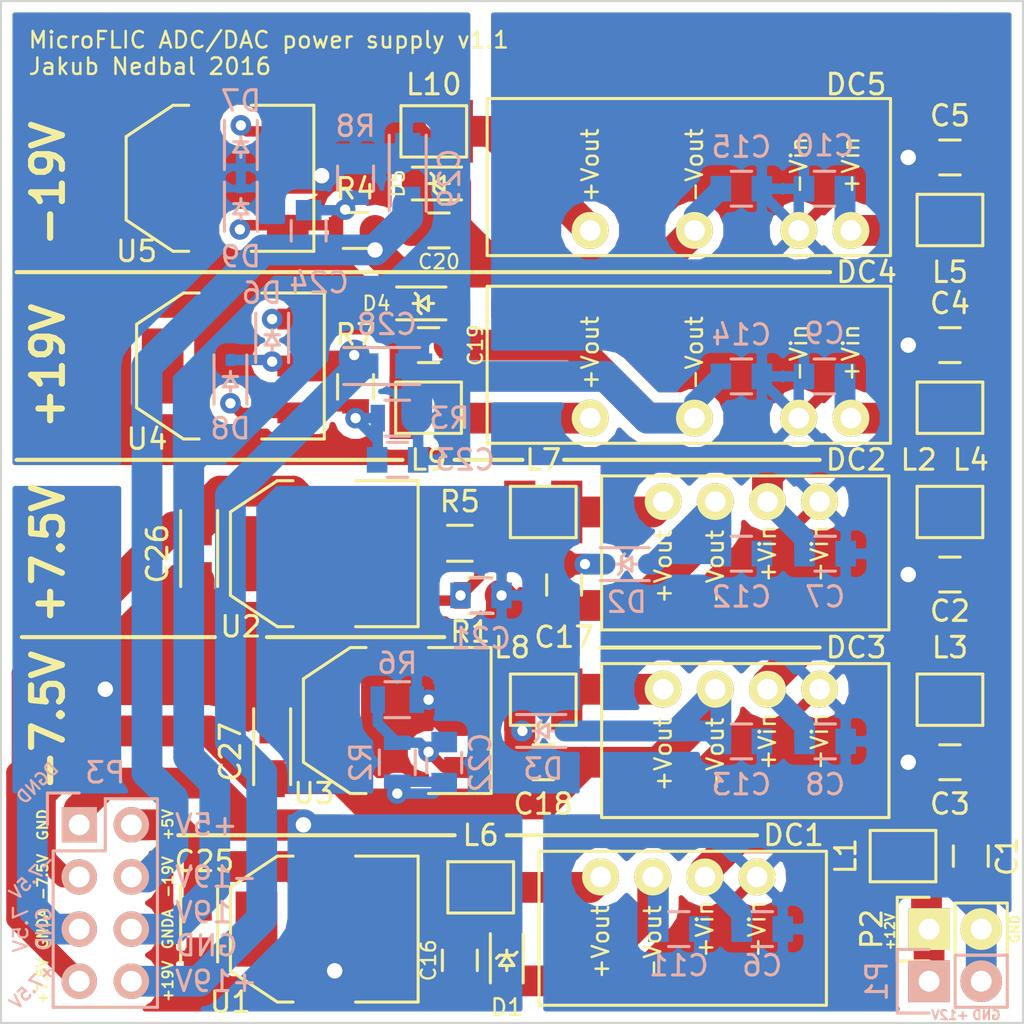
<source format=kicad_pcb>
(kicad_pcb (version 4) (host pcbnew 4.0.1-3.201512221402+6198~38~ubuntu14.04.1-stable)
  (layers (0 F.Cu signal hide) (31 B.Cu signal) (34 B.Paste user) (35 F.Paste user) (36 B.SilkS user) (37 F.SilkS user) (38 B.Mask user) (39 F.Mask user hide) (44 Edge.Cuts user))
  (net 0 "")
  (net 1 +12V)
  (net 2 GND)
  (net 3 /5V_GND)
  (net 4 /+9_IA)
  (net 5 /+9_IB)
  (net 6 /+24_ID)
  (net 7 /-7.5V)
  (net 8 /+5V)
  (net 9 /+7.5V)
  (net 10 /+9_A)
  (net 11 /+12V_A)
  (net 12 /+9_B)
  (net 13 /+12V_B)
  (net 14 /+12V_C)
  (net 15 /+12V_D)
  (net 16 /+24_D)
  (net 17 /+12V_E)
  (net 18 /FB_B)
  (net 19 /FB_D)
  (net 20 /FB_E)
  (net 21 /7.5V_GND)
  (net 22 /+9_IC)
  (net 23 /+24_IE)
  (net 24 /+9_C)
  (net 25 /+24_E)
  (net 26 /19V_GND)
  (net 27 /-19V)
  (net 28 /+19V)
  (net 29 /FB_C)
  (module Capacitors_SMD:C_0805 (layer F.Cu) (at 147.32 141.732 270)
    (fp_text reference C1 (at 0 -1.778 270) (layer F.SilkS))
    (fp_text value 4u7/25V hide)
    (pad 1 smd rect (at -1 0 270) (size 1 1.25) (layers F.Cu F.Paste F.Mask) (net 1 +12V))
    (pad 2 smd rect (at 1 0 270) (size 1 1.25) (layers F.Cu F.Paste F.Mask) (net 2 GND))
  )
  (module Capacitors_SMD:C_0805 (layer F.Cu) (at 146.304 128.016 180)
    (fp_text reference C2 (at 0 -1.778 180) (layer F.SilkS))
    (fp_text value 4u7/25V hide)
    (pad 1 smd rect (at -1 0 180) (size 1 1.25) (layers F.Cu F.Paste F.Mask) (net 1 +12V))
    (pad 2 smd rect (at 1 0 180) (size 1 1.25) (layers F.Cu F.Paste F.Mask) (net 2 GND))
  )
  (module Capacitors_SMD:C_0805 (layer F.Cu) (at 146.304 137.16 180)
    (fp_text reference C3 (at 0 -2.032 180) (layer F.SilkS))
    (fp_text value 4u7/25V hide)
    (pad 1 smd rect (at -1 0 180) (size 1 1.25) (layers F.Cu F.Paste F.Mask) (net 1 +12V))
    (pad 2 smd rect (at 1 0 180) (size 1 1.25) (layers F.Cu F.Paste F.Mask) (net 2 GND))
  )
  (module Capacitors_SMD:C_0805 (layer F.Cu) (at 146.304 116.84 180)
    (fp_text reference C4 (at 0 2.032 180) (layer F.SilkS))
    (fp_text value 4u7/25V hide)
    (pad 1 smd rect (at -1 0 180) (size 1 1.25) (layers F.Cu F.Paste F.Mask) (net 1 +12V))
    (pad 2 smd rect (at 1 0 180) (size 1 1.25) (layers F.Cu F.Paste F.Mask) (net 2 GND))
  )
  (module Capacitors_SMD:C_0805 (layer F.Cu) (at 146.304 107.696 180)
    (fp_text reference C5 (at 0 2.032 180) (layer F.SilkS))
    (fp_text value 4u7/25V hide)
    (pad 1 smd rect (at -1 0 180) (size 1 1.25) (layers F.Cu F.Paste F.Mask) (net 1 +12V))
    (pad 2 smd rect (at 1 0 180) (size 1 1.25) (layers F.Cu F.Paste F.Mask) (net 2 GND))
  )
  (module Capacitors_SMD:C_0805 (layer B.Cu) (at 133.096 145.288)
    (fp_text reference C11 (at 0 1.778) (layer B.SilkS) (effects (justify mirror)))
    (fp_text value 10n hide)
    (pad 1 smd rect (at -1 0) (size 1 1.25) (layers B.Cu B.Paste B.Mask) (net 3 /5V_GND))
    (pad 2 smd rect (at 1 0) (size 1 1.25) (layers B.Cu B.Paste B.Mask) (net 2 GND))
  )
  (module Capacitors_SMD:C_0805 (layer B.Cu) (at 136.144 127)
    (fp_text reference C12 (at 0 2.1) (layer B.SilkS) (effects (justify mirror)))
    (fp_text value 10n hide)
    (pad 1 smd rect (at -1 0) (size 1 1.25) (layers B.Cu B.Paste B.Mask) (net 21 /7.5V_GND))
    (pad 2 smd rect (at 1 0) (size 1 1.25) (layers B.Cu B.Paste B.Mask) (net 2 GND))
  )
  (module Capacitors_SMD:C_0805 (layer B.Cu) (at 136.144 136.144)
    (fp_text reference C13 (at 0 2.1) (layer B.SilkS) (effects (justify mirror)))
    (fp_text value 10n hide)
    (pad 1 smd rect (at -1 0) (size 1 1.25) (layers B.Cu B.Paste B.Mask) (net 7 /-7.5V))
    (pad 2 smd rect (at 1 0) (size 1 1.25) (layers B.Cu B.Paste B.Mask) (net 2 GND))
  )
  (module Capacitors_SMD:C_0805 (layer B.Cu) (at 136.144 118.364)
    (fp_text reference C14 (at 0 -2.032) (layer B.SilkS) (effects (justify mirror)))
    (fp_text value 10n hide)
    (pad 1 smd rect (at -1 0) (size 1 1.25) (layers B.Cu B.Paste B.Mask) (net 26 /19V_GND))
    (pad 2 smd rect (at 1 0) (size 1 1.25) (layers B.Cu B.Paste B.Mask) (net 2 GND))
  )
  (module Capacitors_SMD:C_0805 (layer B.Cu) (at 136.144 109.22)
    (fp_text reference C15 (at 0 -2.032) (layer B.SilkS) (effects (justify mirror)))
    (fp_text value 10n hide)
    (pad 1 smd rect (at -1 0) (size 1 1.25) (layers B.Cu B.Paste B.Mask) (net 27 /-19V))
    (pad 2 smd rect (at 1 0) (size 1 1.25) (layers B.Cu B.Paste B.Mask) (net 2 GND))
  )
  (module Capacitors_SMD:C_0805 (layer F.Cu) (at 122.428 146.812 270)
    (fp_text reference C16 (at 0 1.524 270) (layer F.SilkS) (effects (font (size 0.7 0.7) (thickness 0.11))))
    (fp_text value 4u7/25V hide)
    (pad 1 smd rect (at -1 0 270) (size 1 1.25) (layers F.Cu F.Paste F.Mask) (net 4 /+9_IA))
    (pad 2 smd rect (at 1 0 270) (size 1 1.25) (layers F.Cu F.Paste F.Mask) (net 3 /5V_GND))
  )
  (module Capacitors_SMD:C_0805 (layer F.Cu) (at 127.508 128.524 270)
    (fp_text reference C17 (at 2.54 0 360) (layer F.SilkS))
    (fp_text value 4u7/25V hide)
    (pad 1 smd rect (at -1 0 270) (size 1 1.25) (layers F.Cu F.Paste F.Mask) (net 5 /+9_IB))
    (pad 2 smd rect (at 1 0 270) (size 1 1.25) (layers F.Cu F.Paste F.Mask) (net 21 /7.5V_GND))
  )
  (module Capacitors_SMD:C_0805 (layer F.Cu) (at 126.492 137.16)
    (fp_text reference C18 (at 0 2.032) (layer F.SilkS))
    (fp_text value 4u7/25V hide)
    (pad 1 smd rect (at -1 0) (size 1 1.25) (layers F.Cu F.Paste F.Mask) (net 22 /+9_IC))
    (pad 2 smd rect (at 1 0) (size 1 1.25) (layers F.Cu F.Paste F.Mask) (net 7 /-7.5V))
  )
  (module Capacitors_SMD:C_0805 (layer F.Cu) (at 120.904 116.84)
    (fp_text reference C19 (at 2.286 0 90) (layer F.SilkS) (effects (font (size 0.7 0.7) (thickness 0.11))))
    (fp_text value 1u/50V hide)
    (pad 1 smd rect (at -1 0) (size 1 1.25) (layers F.Cu F.Paste F.Mask) (net 6 /+24_ID))
    (pad 2 smd rect (at 1 0) (size 1 1.25) (layers F.Cu F.Paste F.Mask) (net 26 /19V_GND))
  )
  (module Capacitors_SMD:C_0805 (layer F.Cu) (at 121.412 111.252)
    (fp_text reference C20 (at 0 1.524) (layer F.SilkS) (effects (font (size 0.7 0.7) (thickness 0.11))))
    (fp_text value 1u/50V hide)
    (pad 1 smd rect (at -1 0) (size 1 1.25) (layers F.Cu F.Paste F.Mask) (net 23 /+24_IE))
    (pad 2 smd rect (at 1 0) (size 1 1.25) (layers F.Cu F.Paste F.Mask) (net 27 /-19V))
  )
  (module Capacitors_Tantalum_SMD:TantalC_SizeA_EIA-3216_Reflow (layer F.Cu) (at 109.728 145.288 270)
    (fp_text reference C25 (at -3.302 -0.254 360) (layer F.SilkS))
    (fp_text value 10u/10V hide)
    (pad 2 smd rect (at 1.31 0 270) (size 1.8 1.23) (layers F.Cu F.Paste F.Mask) (net 3 /5V_GND))
    (pad 1 smd rect (at -1.31 0 270) (size 1.8 1.23) (layers F.Cu F.Paste F.Mask) (net 8 /+5V))
  )
  (module Capacitors_Tantalum_SMD:TantalC_SizeA_EIA-3216_Reflow (layer F.Cu) (at 113.284 136.652 270)
    (fp_text reference C27 (at 0 2.032 270) (layer F.SilkS))
    (fp_text value 10u/10V hide)
    (pad 2 smd rect (at 1.31 0 270) (size 1.8 1.23) (layers F.Cu F.Paste F.Mask) (net 7 /-7.5V))
    (pad 1 smd rect (at -1.31 0 270) (size 1.8 1.23) (layers F.Cu F.Paste F.Mask) (net 21 /7.5V_GND))
  )
  (module Capacitors_Tantalum_SMD:TantalC_SizeA_EIA-3216_Reflow (layer B.Cu) (at 118.872 117.856)
    (fp_text reference C28 (at 0 -2.032) (layer B.SilkS) (effects (justify mirror)))
    (fp_text value 1u/25V hide)
    (pad 2 smd rect (at 1.31 0) (size 1.8 1.23) (layers B.Cu B.Paste B.Mask) (net 26 /19V_GND))
    (pad 1 smd rect (at -1.31 0) (size 1.8 1.23) (layers B.Cu B.Paste B.Mask) (net 28 /+19V))
  )
  (module Capacitors_Tantalum_SMD:TantalC_SizeA_EIA-3216_Reflow (layer B.Cu) (at 119.888 108.712 270)
    (fp_text reference C29 (at 0 -2.032 270) (layer B.SilkS) (effects (justify mirror)))
    (fp_text value 1u/25V hide)
    (pad 2 smd rect (at 1.31 0 270) (size 1.8 1.23) (layers B.Cu B.Paste B.Mask) (net 27 /-19V))
    (pad 1 smd rect (at -1.31 0 270) (size 1.8 1.23) (layers B.Cu B.Paste B.Mask) (net 26 /19V_GND))
  )
  (module jakub:MurataNML (layer F.Cu) (at 133.096 142.748 180)
    (fp_text reference DC1 (at -5.588 2.032 360) (layer F.SilkS))
    (fp_text value NML1209SC hide)
    (fp_text user +Vout (at 3.81 -3.175 270) (layer F.SilkS) (effects (font (size 0.8 0.8) (thickness 0.12))))
    (fp_text user -Vout (at 1.27 -3.175 270) (layer F.SilkS) (effects (font (size 0.8 0.8) (thickness 0.12))))
    (fp_text user +Vin (at -1.27 -2.54 270) (layer F.SilkS) (effects (font (size 0.8 0.8) (thickness 0.12))))
    (fp_text user -Vin (at -3.81 -2.54 270) (layer F.SilkS) (effects (font (size 0.8 0.8) (thickness 0.12))))
    (pad 3 thru_hole circle (at 1.27 0 180) (size 1.8 1.8) (drill 1) (layers *.Cu *.Mask F.SilkS) (net 3 /5V_GND))
    (pad 4 thru_hole circle (at 3.81 0 180) (size 1.8 1.8) (drill 1) (layers *.Cu *.Mask F.SilkS) (net 10 /+9_A))
    (pad 2 thru_hole circle (at -1.27 0 180) (size 1.8 1.8) (drill 1) (layers *.Cu *.Mask F.SilkS) (net 11 /+12V_A))
    (pad 1 thru_hole circle (at -3.81 0 180) (size 1.8 1.8) (drill 1) (layers *.Cu *.Mask F.SilkS) (net 2 GND))
  )
  (module jakub:MurataNML (layer F.Cu) (at 136.144 124.46 180)
    (fp_text reference DC2 (at -5.588 2.032 360) (layer F.SilkS))
    (fp_text value NML1209SC hide)
    (fp_text user +Vout (at 3.81 -3.175 270) (layer F.SilkS) (effects (font (size 0.8 0.8) (thickness 0.12))))
    (fp_text user -Vout (at 1.27 -3.175 270) (layer F.SilkS) (effects (font (size 0.8 0.8) (thickness 0.12))))
    (fp_text user +Vin (at -1.27 -2.54 270) (layer F.SilkS) (effects (font (size 0.8 0.8) (thickness 0.12))))
    (fp_text user -Vin (at -3.81 -2.54 270) (layer F.SilkS) (effects (font (size 0.8 0.8) (thickness 0.12))))
    (pad 3 thru_hole circle (at 1.27 0 180) (size 1.8 1.8) (drill 1) (layers *.Cu *.Mask F.SilkS) (net 21 /7.5V_GND))
    (pad 4 thru_hole circle (at 3.81 0 180) (size 1.8 1.8) (drill 1) (layers *.Cu *.Mask F.SilkS) (net 12 /+9_B))
    (pad 2 thru_hole circle (at -1.27 0 180) (size 1.8 1.8) (drill 1) (layers *.Cu *.Mask F.SilkS) (net 13 /+12V_B))
    (pad 1 thru_hole circle (at -3.81 0 180) (size 1.8 1.8) (drill 1) (layers *.Cu *.Mask F.SilkS) (net 2 GND))
  )
  (module jakub:MurataNML (layer F.Cu) (at 136.144 133.604 180)
    (fp_text reference DC3 (at -5.588 2.032 360) (layer F.SilkS))
    (fp_text value NML1209SC hide)
    (fp_text user +Vout (at 3.81 -3.175 270) (layer F.SilkS) (effects (font (size 0.8 0.8) (thickness 0.12))))
    (fp_text user -Vout (at 1.27 -3.175 270) (layer F.SilkS) (effects (font (size 0.8 0.8) (thickness 0.12))))
    (fp_text user +Vin (at -1.27 -2.54 270) (layer F.SilkS) (effects (font (size 0.8 0.8) (thickness 0.12))))
    (fp_text user -Vin (at -3.81 -2.54 270) (layer F.SilkS) (effects (font (size 0.8 0.8) (thickness 0.12))))
    (pad 3 thru_hole circle (at 1.27 0 180) (size 1.8 1.8) (drill 1) (layers *.Cu *.Mask F.SilkS) (net 7 /-7.5V))
    (pad 4 thru_hole circle (at 3.81 0 180) (size 1.8 1.8) (drill 1) (layers *.Cu *.Mask F.SilkS) (net 24 /+9_C))
    (pad 2 thru_hole circle (at -1.27 0 180) (size 1.8 1.8) (drill 1) (layers *.Cu *.Mask F.SilkS) (net 14 /+12V_C))
    (pad 1 thru_hole circle (at -3.81 0 180) (size 1.8 1.8) (drill 1) (layers *.Cu *.Mask F.SilkS) (net 2 GND))
  )
  (module jakub:MurataNMG (layer F.Cu) (at 135.128 120.396 180)
    (fp_text reference DC4 (at -7.112 7.112 360) (layer F.SilkS))
    (fp_text value NMG1224SC hide)
    (fp_text user +Vout (at 6.35 3.175 270) (layer F.SilkS) (effects (font (size 0.8 0.8) (thickness 0.12))))
    (fp_text user -Vout (at 1.27 3.175 270) (layer F.SilkS) (effects (font (size 0.8 0.8) (thickness 0.12))))
    (fp_text user -Vin (at -3.81 3.175 270) (layer F.SilkS) (effects (font (size 0.8 0.8) (thickness 0.12))))
    (fp_text user +Vin (at -6.35 3.175 270) (layer F.SilkS) (effects (font (size 0.8 0.8) (thickness 0.12))))
    (pad 1 thru_hole circle (at -6.35 0 180) (size 1.8 1.8) (drill 1) (layers *.Cu *.Mask F.SilkS) (net 15 /+12V_D))
    (pad 2 thru_hole circle (at -3.81 0 180) (size 1.8 1.8) (drill 1) (layers *.Cu *.Mask F.SilkS) (net 2 GND))
    (pad 4 thru_hole circle (at 1.27 0 180) (size 1.8 1.8) (drill 1) (layers *.Cu *.Mask F.SilkS) (net 26 /19V_GND))
    (pad 6 thru_hole circle (at 6.35 0 180) (size 1.8 1.8) (drill 1) (layers *.Cu *.Mask F.SilkS) (net 16 /+24_D))
  )
  (module jakub:MurataNMG (layer F.Cu) (at 135.128 111.252 180)
    (fp_text reference DC5 (at -6.604 7.112 360) (layer F.SilkS))
    (fp_text value NMG1224SC hide)
    (fp_text user +Vout (at 6.35 3.175 270) (layer F.SilkS) (effects (font (size 0.8 0.8) (thickness 0.12))))
    (fp_text user -Vout (at 1.27 3.175 270) (layer F.SilkS) (effects (font (size 0.8 0.8) (thickness 0.12))))
    (fp_text user -Vin (at -3.81 3.175 270) (layer F.SilkS) (effects (font (size 0.8 0.8) (thickness 0.12))))
    (fp_text user +Vin (at -6.35 3.175 270) (layer F.SilkS) (effects (font (size 0.8 0.8) (thickness 0.12))))
    (pad 1 thru_hole circle (at -6.35 0 180) (size 1.8 1.8) (drill 1) (layers *.Cu *.Mask F.SilkS) (net 17 /+12V_E))
    (pad 2 thru_hole circle (at -3.81 0 180) (size 1.8 1.8) (drill 1) (layers *.Cu *.Mask F.SilkS) (net 2 GND))
    (pad 4 thru_hole circle (at 1.27 0 180) (size 1.8 1.8) (drill 1) (layers *.Cu *.Mask F.SilkS) (net 27 /-19V))
    (pad 6 thru_hole circle (at 6.35 0 180) (size 1.8 1.8) (drill 1) (layers *.Cu *.Mask F.SilkS) (net 25 /+24_E))
  )
  (module jakub:murata8200coil (layer F.Cu) (at 144.018 141.732)
    (fp_text reference L1 (at -2.794 0 90) (layer F.SilkS))
    (fp_text value 10uH hide)
    (pad 1 smd rect (at 1.145 0) (size 1.52 3.05) (layers F.Cu F.Paste F.Mask) (net 1 +12V))
    (pad 2 smd rect (at -1.145 0) (size 1.52 3.05) (layers F.Cu F.Paste F.Mask) (net 11 /+12V_A))
  )
  (module jakub:murata8200coil (layer F.Cu) (at 146.304 124.968)
    (fp_text reference L2 (at -1.524 -2.54) (layer F.SilkS))
    (fp_text value 10uH hide)
    (pad 1 smd rect (at 1.145 0) (size 1.52 3.05) (layers F.Cu F.Paste F.Mask) (net 1 +12V))
    (pad 2 smd rect (at -1.145 0) (size 1.52 3.05) (layers F.Cu F.Paste F.Mask) (net 13 /+12V_B))
  )
  (module jakub:murata8200coil (layer F.Cu) (at 146.304 134.112)
    (fp_text reference L3 (at 0 -2.54 180) (layer F.SilkS))
    (fp_text value 10uH hide)
    (pad 1 smd rect (at 1.145 0) (size 1.52 3.05) (layers F.Cu F.Paste F.Mask) (net 1 +12V))
    (pad 2 smd rect (at -1.145 0) (size 1.52 3.05) (layers F.Cu F.Paste F.Mask) (net 14 /+12V_C))
  )
  (module jakub:murata8200coil (layer F.Cu) (at 146.304 119.888)
    (fp_text reference L4 (at 1.016 2.54) (layer F.SilkS))
    (fp_text value 10uH hide)
    (pad 1 smd rect (at 1.145 0) (size 1.52 3.05) (layers F.Cu F.Paste F.Mask) (net 1 +12V))
    (pad 2 smd rect (at -1.145 0) (size 1.52 3.05) (layers F.Cu F.Paste F.Mask) (net 15 /+12V_D))
  )
  (module jakub:murata8200coil (layer F.Cu) (at 146.304 110.744)
    (fp_text reference L5 (at 0 2.54) (layer F.SilkS))
    (fp_text value 10uH hide)
    (pad 1 smd rect (at 1.145 0) (size 1.52 3.05) (layers F.Cu F.Paste F.Mask) (net 1 +12V))
    (pad 2 smd rect (at -1.145 0) (size 1.52 3.05) (layers F.Cu F.Paste F.Mask) (net 17 /+12V_E))
  )
  (module jakub:murata8200coil (layer F.Cu) (at 123.444 143.256)
    (fp_text reference L6 (at 0 -2.54 180) (layer F.SilkS))
    (fp_text value 47uH hide)
    (pad 1 smd rect (at 1.145 0) (size 1.52 3.05) (layers F.Cu F.Paste F.Mask) (net 10 /+9_A))
    (pad 2 smd rect (at -1.145 0) (size 1.52 3.05) (layers F.Cu F.Paste F.Mask) (net 4 /+9_IA))
  )
  (module jakub:murata8200coil (layer F.Cu) (at 126.492 124.968)
    (fp_text reference L7 (at 0 -2.54) (layer F.SilkS))
    (fp_text value 47uH hide)
    (pad 1 smd rect (at 1.145 0) (size 1.52 3.05) (layers F.Cu F.Paste F.Mask) (net 12 /+9_B))
    (pad 2 smd rect (at -1.145 0) (size 1.52 3.05) (layers F.Cu F.Paste F.Mask) (net 5 /+9_IB))
  )
  (module jakub:murata8200coil (layer F.Cu) (at 126.492 134.112)
    (fp_text reference L8 (at -1.524 -2.54) (layer F.SilkS))
    (fp_text value 47uH hide)
    (pad 1 smd rect (at 1.145 0) (size 1.52 3.05) (layers F.Cu F.Paste F.Mask) (net 24 /+9_C))
    (pad 2 smd rect (at -1.145 0) (size 1.52 3.05) (layers F.Cu F.Paste F.Mask) (net 22 /+9_IC))
  )
  (module jakub:murata8200coil (layer F.Cu) (at 120.904 119.888)
    (fp_text reference L9 (at 0 2.54) (layer F.SilkS))
    (fp_text value 47uH hide)
    (pad 1 smd rect (at 1.145 0) (size 1.52 3.05) (layers F.Cu F.Paste F.Mask) (net 16 /+24_D))
    (pad 2 smd rect (at -1.145 0) (size 1.52 3.05) (layers F.Cu F.Paste F.Mask) (net 6 /+24_ID))
  )
  (module jakub:murata8200coil (layer F.Cu) (at 121.158 106.426)
    (fp_text reference L10 (at 0 -2.286) (layer F.SilkS))
    (fp_text value 47uH hide)
    (pad 1 smd rect (at 1.145 0) (size 1.52 3.05) (layers F.Cu F.Paste F.Mask) (net 25 /+24_E))
    (pad 2 smd rect (at -1.145 0) (size 1.52 3.05) (layers F.Cu F.Paste F.Mask) (net 23 /+24_IE))
  )
  (module Resistors_SMD:R_0805 (layer F.Cu) (at 123.444 129.032)
    (fp_text reference R1 (at -0.508 1.778 180) (layer F.SilkS))
    (fp_text value 750 hide)
    (pad 1 smd rect (at -0.95 0) (size 0.7 1.3) (layers F.Cu F.Paste F.Mask) (net 18 /FB_B))
    (pad 2 smd rect (at 0.95 0) (size 0.7 1.3) (layers F.Cu F.Paste F.Mask) (net 21 /7.5V_GND))
  )
  (module Resistors_SMD:R_0805 (layer B.Cu) (at 119.38 120.396)
    (fp_text reference R3 (at 2.54 0) (layer B.SilkS) (effects (justify mirror)))
    (fp_text value 2k1 hide)
    (pad 1 smd rect (at -0.95 0) (size 0.7 1.3) (layers B.Cu B.Paste B.Mask) (net 19 /FB_D))
    (pad 2 smd rect (at 0.95 0) (size 0.7 1.3) (layers B.Cu B.Paste B.Mask) (net 26 /19V_GND))
  )
  (module Resistors_SMD:R_0805 (layer F.Cu) (at 117.348 111.252)
    (fp_text reference R4 (at 0 -2.032) (layer F.SilkS))
    (fp_text value 2k1 hide)
    (pad 1 smd rect (at -0.95 0) (size 0.7 1.3) (layers F.Cu F.Paste F.Mask) (net 20 /FB_E))
    (pad 2 smd rect (at 0.95 0) (size 0.7 1.3) (layers F.Cu F.Paste F.Mask) (net 27 /-19V))
  )
  (module Resistors_SMD:R_0805 (layer F.Cu) (at 122.428 126.492)
    (fp_text reference R5 (at 0 -2.032) (layer F.SilkS))
    (fp_text value 150 hide)
    (pad 1 smd rect (at -0.95 0) (size 0.7 1.3) (layers F.Cu F.Paste F.Mask) (net 9 /+7.5V))
    (pad 2 smd rect (at 0.95 0) (size 0.7 1.3) (layers F.Cu F.Paste F.Mask) (net 18 /FB_B))
  )
  (module Resistors_SMD:R_0805 (layer F.Cu) (at 117.348 118.872 270)
    (fp_text reference R7 (at -2.54 0 360) (layer F.SilkS))
    (fp_text value 150 hide)
    (pad 1 smd rect (at -0.95 0 270) (size 0.7 1.3) (layers F.Cu F.Paste F.Mask) (net 28 /+19V))
    (pad 2 smd rect (at 0.95 0 270) (size 0.7 1.3) (layers F.Cu F.Paste F.Mask) (net 19 /FB_D))
  )
  (module Resistors_SMD:R_0805 (layer B.Cu) (at 117.348 108.712 270)
    (fp_text reference R8 (at -2.54 0 360) (layer B.SilkS) (effects (justify mirror)))
    (fp_text value 150 hide)
    (pad 1 smd rect (at -0.95 0 270) (size 0.7 1.3) (layers B.Cu B.Paste B.Mask) (net 26 /19V_GND))
    (pad 2 smd rect (at 0.95 0 270) (size 0.7 1.3) (layers B.Cu B.Paste B.Mask) (net 20 /FB_E))
  )
  (module Resistors_SMD:R_0805 (layer B.Cu) (at 119.38 134.112 180)
    (fp_text reference R6 (at 0 1.778 180) (layer B.SilkS) (effects (justify mirror)))
    (fp_text value 150 hide)
    (pad 1 smd rect (at -0.95 0 180) (size 0.7 1.3) (layers B.Cu B.Paste B.Mask) (net 21 /7.5V_GND))
    (pad 2 smd rect (at 0.95 0 180) (size 0.7 1.3) (layers B.Cu B.Paste B.Mask) (net 29 /FB_C))
  )
  (module Resistors_SMD:R_0805 (layer B.Cu) (at 119.38 137.16 270)
    (fp_text reference R2 (at 0 1.778 270) (layer B.SilkS) (effects (justify mirror)))
    (fp_text value 750 hide)
    (pad 1 smd rect (at -0.95 0 270) (size 0.7 1.3) (layers B.Cu B.Paste B.Mask) (net 29 /FB_C))
    (pad 2 smd rect (at 0.95 0 270) (size 0.7 1.3) (layers B.Cu B.Paste B.Mask) (net 7 /-7.5V))
  )
  (module SMD_Packages:SOT-223 (layer F.Cu) (at 111.252 117.856 90)
    (fp_text reference U4 (at -3.556 -4.064 180) (layer F.SilkS))
    (fp_text value LM317 hide)
    (pad 4 smd rect (at 0 -3.302 90) (size 3.6576 2.032) (layers F.Cu F.Paste F.Mask))
    (pad 2 smd rect (at 0 3.302 90) (size 1.016 2.032) (layers F.Cu F.Paste F.Mask) (net 28 /+19V))
    (pad 3 smd rect (at 2.286 3.302 90) (size 1.016 2.032) (layers F.Cu F.Paste F.Mask) (net 6 /+24_ID))
    (pad 1 smd rect (at -2.286 3.302 90) (size 1.016 2.032) (layers F.Cu F.Paste F.Mask) (net 19 /FB_D))
  )
  (module SMD_Packages:SOT-223 (layer F.Cu) (at 115.824 145.288 90)
    (fp_text reference U1 (at -3.556 -4.572 180) (layer F.SilkS))
    (fp_text value AP1117E50 hide)
    (pad 4 smd rect (at 0 -3.302 90) (size 3.6576 2.032) (layers F.Cu F.Paste F.Mask))
    (pad 2 smd rect (at 0 3.302 90) (size 1.016 2.032) (layers F.Cu F.Paste F.Mask) (net 8 /+5V))
    (pad 3 smd rect (at 2.286 3.302 90) (size 1.016 2.032) (layers F.Cu F.Paste F.Mask) (net 4 /+9_IA))
    (pad 1 smd rect (at -2.286 3.302 90) (size 1.016 2.032) (layers F.Cu F.Paste F.Mask) (net 3 /5V_GND))
  )
  (module SMD_Packages:SOT-223 (layer F.Cu) (at 115.824 127 90)
    (fp_text reference U2 (at -3.556 -4.064 180) (layer F.SilkS))
    (fp_text value AP1117 hide)
    (pad 4 smd rect (at 0 -3.302 90) (size 3.6576 2.032) (layers F.Cu F.Paste F.Mask))
    (pad 2 smd rect (at 0 3.302 90) (size 1.016 2.032) (layers F.Cu F.Paste F.Mask) (net 9 /+7.5V))
    (pad 3 smd rect (at 2.286 3.302 90) (size 1.016 2.032) (layers F.Cu F.Paste F.Mask) (net 5 /+9_IB))
    (pad 1 smd rect (at -2.286 3.302 90) (size 1.016 2.032) (layers F.Cu F.Paste F.Mask) (net 18 /FB_B))
  )
  (module SMD_Packages:SOT-223 (layer F.Cu) (at 110.744 108.712 90)
    (fp_text reference U5 (at -3.556 -4.064 180) (layer F.SilkS))
    (fp_text value LM317 hide)
    (pad 4 smd rect (at 0 -3.302 90) (size 3.6576 2.032) (layers F.Cu F.Paste F.Mask))
    (pad 2 smd rect (at 0 3.302 90) (size 1.016 2.032) (layers F.Cu F.Paste F.Mask) (net 26 /19V_GND))
    (pad 3 smd rect (at 2.286 3.302 90) (size 1.016 2.032) (layers F.Cu F.Paste F.Mask) (net 23 /+24_IE))
    (pad 1 smd rect (at -2.286 3.302 90) (size 1.016 2.032) (layers F.Cu F.Paste F.Mask) (net 20 /FB_E))
  )
  (module SMD_Packages:SOT-223 (layer F.Cu) (at 119.38 135.128 90)
    (fp_text reference U3 (at -3.556 -4.064 180) (layer F.SilkS))
    (fp_text value AP1117 hide)
    (pad 4 smd rect (at 0 -3.302 90) (size 3.6576 2.032) (layers F.Cu F.Paste F.Mask))
    (pad 2 smd rect (at 0 3.302 90) (size 1.016 2.032) (layers F.Cu F.Paste F.Mask) (net 21 /7.5V_GND))
    (pad 3 smd rect (at 2.286 3.302 90) (size 1.016 2.032) (layers F.Cu F.Paste F.Mask) (net 22 /+9_IC))
    (pad 1 smd rect (at -2.286 3.302 90) (size 1.016 2.032) (layers F.Cu F.Paste F.Mask) (net 29 /FB_C))
  )
  (module Capacitors_Tantalum_SMD:TantalC_SizeA_EIA-3216_Reflow (layer F.Cu) (at 109.728 127 270)
    (fp_text reference C26 (at 0 2.032 270) (layer F.SilkS))
    (fp_text value 10u/10V hide)
    (pad 2 smd rect (at 1.31 0 270) (size 1.8 1.23) (layers F.Cu F.Paste F.Mask) (net 21 /7.5V_GND))
    (pad 1 smd rect (at -1.31 0 270) (size 1.8 1.23) (layers F.Cu F.Paste F.Mask) (net 9 /+7.5V))
  )
  (module jakub:ESQ-102-33-G-S (layer B.Cu) (at 145.288 147.828)
    (fp_text reference P1 (at -2.54 0 90) (layer B.SilkS) (effects (justify mirror)))
    (fp_text value Socket_1x2 hide)
    (pad 1 thru_hole rect (at 0 0) (size 2.032 2.032) (drill 1.016) (layers *.Cu *.Mask B.SilkS) (net 1 +12V))
    (pad 2 thru_hole oval (at 2.54 0) (size 2.032 2.032) (drill 1.016) (layers *.Cu *.Mask B.SilkS) (net 2 GND))
  )
  (module jakub:ESQ-104-33-G-D (layer B.Cu) (at 103.886 140.208 270)
    (fp_text reference P3 (at -2.54 -1.27 360) (layer B.SilkS) (effects (justify mirror)))
    (fp_text value Socket_2x4 hide)
    (pad 1 thru_hole rect (at 0 0 270) (size 1.7272 1.7272) (drill 1.016) (layers *.Cu *.Mask B.SilkS) (net 3 /5V_GND))
    (pad 2 thru_hole oval (at 0 -2.54 270) (size 1.7272 1.7272) (drill 1.016) (layers *.Cu *.Mask B.SilkS) (net 8 /+5V))
    (pad 3 thru_hole oval (at 2.54 0 270) (size 1.7272 1.7272) (drill 1.016) (layers *.Cu *.Mask B.SilkS) (net 7 /-7.5V))
    (pad 4 thru_hole oval (at 2.54 -2.54 270) (size 1.7272 1.7272) (drill 1.016) (layers *.Cu *.Mask B.SilkS) (net 27 /-19V))
    (pad 5 thru_hole oval (at 5.08 0 270) (size 1.7272 1.7272) (drill 1.016) (layers *.Cu *.Mask B.SilkS) (net 21 /7.5V_GND))
    (pad 6 thru_hole oval (at 5.08 -2.54 270) (size 1.7272 1.7272) (drill 1.016) (layers *.Cu *.Mask B.SilkS) (net 26 /19V_GND))
    (pad 7 thru_hole oval (at 7.62 0 270) (size 1.7272 1.7272) (drill 1.016) (layers *.Cu *.Mask B.SilkS) (net 9 /+7.5V))
    (pad 8 thru_hole oval (at 7.62 -2.54 270) (size 1.7272 1.7272) (drill 1.016) (layers *.Cu *.Mask B.SilkS) (net 28 /+19V))
  )
  (module Pin_Headers:Pin_Header_Straight_1x02 (layer F.Cu) (at 145.288 145.288 90)
    (fp_text reference P2 (at 0 -2.794 90) (layer F.SilkS))
    (fp_text value Header_1x2 hide)
    (pad 1 thru_hole rect (at 0 0 90) (size 2.032 2.032) (drill 1.016) (layers *.Cu *.Mask F.SilkS) (net 1 +12V))
    (pad 2 thru_hole oval (at 0 2.54 90) (size 2.032 2.032) (drill 1.016) (layers *.Cu *.Mask F.SilkS) (net 2 GND))
  )
  (module jakub:SOD-323_Zener (layer F.Cu) (at 121.412 108.966)
    (fp_text reference D5 (at -2.032 0 90) (layer F.SilkS) (effects (font (size 0.7 0.7) (thickness 0.11))))
    (fp_text value TDZ27J hide)
    (pad 1 smd rect (at -1.055 0) (size 0.59 0.45) (layers F.Cu F.Paste F.Mask) (net 23 /+24_IE))
    (pad 2 smd rect (at 1.055 0) (size 0.59 0.45) (layers F.Cu F.Paste F.Mask) (net 27 /-19V))
  )
  (module jakub:SOD-323_Zener (layer F.Cu) (at 120.65 114.808)
    (fp_text reference D4 (at -2.286 0) (layer F.SilkS) (effects (font (size 0.7 0.7) (thickness 0.11))))
    (fp_text value TDZ27J hide)
    (pad 1 smd rect (at -1.055 0) (size 0.59 0.45) (layers F.Cu F.Paste F.Mask) (net 6 /+24_ID))
    (pad 2 smd rect (at 1.055 0) (size 0.59 0.45) (layers F.Cu F.Paste F.Mask) (net 26 /19V_GND))
  )
  (module jakub:SOD-323_Zener (layer F.Cu) (at 124.714 146.812 270)
    (fp_text reference D1 (at 2.286 0 360) (layer F.SilkS) (effects (font (size 0.8 0.8) (thickness 0.12))))
    (fp_text value TDZ10J hide)
    (pad 1 smd rect (at -1.055 0 270) (size 0.59 0.45) (layers F.Cu F.Paste F.Mask) (net 4 /+9_IA))
    (pad 2 smd rect (at 1.055 0 270) (size 0.59 0.45) (layers F.Cu F.Paste F.Mask) (net 3 /5V_GND))
  )
  (module jakub:SOD-323_Zener (layer B.Cu) (at 126.492 135.636)
    (fp_text reference D3 (at 0 1.85) (layer B.SilkS) (effects (justify mirror)))
    (fp_text value TDZ10J hide)
    (pad 1 smd rect (at -1.055 0) (size 0.59 0.45) (layers B.Cu B.Paste B.Mask) (net 22 /+9_IC))
    (pad 2 smd rect (at 1.055 0) (size 0.59 0.45) (layers B.Cu B.Paste B.Mask) (net 7 /-7.5V))
  )
  (module jakub:SOD-323_Zener (layer B.Cu) (at 130.556 127.508)
    (fp_text reference D2 (at 0 1.85) (layer B.SilkS) (effects (justify mirror)))
    (fp_text value TDZ10J hide)
    (pad 1 smd rect (at -1.055 0) (size 0.59 0.45) (layers B.Cu B.Paste B.Mask) (net 5 /+9_IB))
    (pad 2 smd rect (at 1.055 0) (size 0.59 0.45) (layers B.Cu B.Paste B.Mask) (net 21 /7.5V_GND))
  )
  (module Capacitors_SMD:C_0805 (layer B.Cu) (at 137.16 145.288)
    (fp_text reference C6 (at 0 1.778) (layer B.SilkS) (effects (justify mirror)))
    (fp_text value 4u7/25V hide)
    (pad 1 smd rect (at -1 0) (size 1 1.25) (layers B.Cu B.Paste B.Mask) (net 11 /+12V_A))
    (pad 2 smd rect (at 1 0) (size 1 1.25) (layers B.Cu B.Paste B.Mask) (net 2 GND))
  )
  (module Capacitors_SMD:C_0805 (layer B.Cu) (at 140.224 127)
    (fp_text reference C7 (at 0 2.1) (layer B.SilkS) (effects (justify mirror)))
    (fp_text value 4u7/25V hide)
    (pad 1 smd rect (at -1 0) (size 1 1.25) (layers B.Cu B.Paste B.Mask) (net 13 /+12V_B))
    (pad 2 smd rect (at 1 0) (size 1 1.25) (layers B.Cu B.Paste B.Mask) (net 2 GND))
  )
  (module Capacitors_SMD:C_0805 (layer B.Cu) (at 140.224 136.144)
    (fp_text reference C8 (at 0 2.1) (layer B.SilkS) (effects (justify mirror)))
    (fp_text value 4u7/25V hide)
    (pad 1 smd rect (at -1 0) (size 1 1.25) (layers B.Cu B.Paste B.Mask) (net 14 /+12V_C))
    (pad 2 smd rect (at 1 0) (size 1 1.25) (layers B.Cu B.Paste B.Mask) (net 2 GND))
  )
  (module Capacitors_SMD:C_0805 (layer B.Cu) (at 140.192 118.364 180)
    (fp_text reference C9 (at 0 2.1 180) (layer B.SilkS) (effects (justify mirror)))
    (fp_text value 4u7/25V hide)
    (pad 1 smd rect (at -1 0 180) (size 1 1.25) (layers B.Cu B.Paste B.Mask) (net 15 /+12V_D))
    (pad 2 smd rect (at 1 0 180) (size 1 1.25) (layers B.Cu B.Paste B.Mask) (net 2 GND))
  )
  (module Capacitors_SMD:C_0805 (layer B.Cu) (at 140.192 109.22 180)
    (fp_text reference C10 (at 0 2.1 180) (layer B.SilkS) (effects (justify mirror)))
    (fp_text value 4u7/25V hide)
    (pad 1 smd rect (at -1 0 180) (size 1 1.25) (layers B.Cu B.Paste B.Mask) (net 17 /+12V_E))
    (pad 2 smd rect (at 1 0 180) (size 1 1.25) (layers B.Cu B.Paste B.Mask) (net 2 GND))
  )
  (module Capacitors_SMD:C_0805 (layer B.Cu) (at 123.46 129.032)
    (fp_text reference C21 (at 0 2.1) (layer B.SilkS) (effects (justify mirror)))
    (fp_text value 4u7/25V hide)
    (pad 1 smd rect (at -1 0) (size 1 1.25) (layers B.Cu B.Paste B.Mask) (net 18 /FB_B))
    (pad 2 smd rect (at 1 0) (size 1 1.25) (layers B.Cu B.Paste B.Mask) (net 21 /7.5V_GND))
  )
  (module Capacitors_SMD:C_0805 (layer B.Cu) (at 121.666 137.176 270)
    (fp_text reference C22 (at 0 -1.778 270) (layer B.SilkS) (effects (justify mirror)))
    (fp_text value 4u7/25V hide)
    (pad 1 smd rect (at -1 0 270) (size 1 1.25) (layers B.Cu B.Paste B.Mask) (net 29 /FB_C))
    (pad 2 smd rect (at 1 0 270) (size 1 1.25) (layers B.Cu B.Paste B.Mask) (net 7 /-7.5V))
  )
  (module Capacitors_SMD:C_0805 (layer B.Cu) (at 119.396 122.428)
    (fp_text reference C23 (at 3.286 0) (layer B.SilkS) (effects (justify mirror)))
    (fp_text value 1u/50V hide)
    (pad 1 smd rect (at -1 0) (size 1 1.25) (layers B.Cu B.Paste B.Mask) (net 19 /FB_D))
    (pad 2 smd rect (at 1 0) (size 1 1.25) (layers B.Cu B.Paste B.Mask) (net 26 /19V_GND))
  )
  (module Capacitors_SMD:C_0805 (layer B.Cu) (at 115.062 111.268 270)
    (fp_text reference C24 (at 2.524 -0.508 360) (layer B.SilkS) (effects (justify mirror)))
    (fp_text value 1u/50V hide)
    (pad 1 smd rect (at -1 0 270) (size 1 1.25) (layers B.Cu B.Paste B.Mask) (net 20 /FB_E))
    (pad 2 smd rect (at 1 0 270) (size 1 1.25) (layers B.Cu B.Paste B.Mask) (net 27 /-19V))
  )
  (module Diodes_SMD:SOD-323 (layer B.Cu) (at 113.284 116.586 270)
    (fp_text reference D6 (at -2.286 0.508 360) (layer B.SilkS) (effects (justify mirror)))
    (fp_text value 1N4148 hide)
    (pad 1 smd rect (at -1.055 0 270) (size 0.59 0.45) (layers B.Cu B.Paste B.Mask) (net 6 /+24_ID))
    (pad 2 smd rect (at 1.055 0 270) (size 0.59 0.45) (layers B.Cu B.Paste B.Mask) (net 28 /+19V))
  )
  (module Diodes_SMD:SOD-323 (layer B.Cu) (at 111.76 107.188 270)
    (fp_text reference D7 (at -2.247 0 360) (layer B.SilkS) (effects (justify mirror)))
    (fp_text value 1N4148 hide)
    (pad 1 smd rect (at -1.055 0 270) (size 0.59 0.45) (layers B.Cu B.Paste B.Mask) (net 23 /+24_IE))
    (pad 2 smd rect (at 1.055 0 270) (size 0.59 0.45) (layers B.Cu B.Paste B.Mask) (net 26 /19V_GND))
  )
  (module Diodes_SMD:SOD-323 (layer B.Cu) (at 111.252 118.618 270)
    (fp_text reference D8 (at 2.286 0 360) (layer B.SilkS) (effects (justify mirror)))
    (fp_text value 1N4148 hide)
    (pad 1 smd rect (at -1.055 0 270) (size 0.59 0.45) (layers B.Cu B.Paste B.Mask) (net 28 /+19V))
    (pad 2 smd rect (at 1.055 0 270) (size 0.59 0.45) (layers B.Cu B.Paste B.Mask) (net 19 /FB_D))
  )
  (module Diodes_SMD:SOD-323 (layer B.Cu) (at 111.76 110.197 270)
    (fp_text reference D9 (at 2.325 0 360) (layer B.SilkS) (effects (justify mirror)))
    (fp_text value 1N4148 hide)
    (pad 1 smd rect (at -1.055 0 270) (size 0.59 0.45) (layers B.Cu B.Paste B.Mask) (net 26 /19V_GND))
    (pad 2 smd rect (at 1.055 0 270) (size 0.59 0.45) (layers B.Cu B.Paste B.Mask) (net 20 /FB_E))
  )
  (gr_text +12V (at 143.383 145.415 90) (layer F.SilkS) (effects (font (size 0.45 0.45) (thickness 0.1))))
  (gr_text GND (at 149.479 145.288 90) (layer F.SilkS) (effects (font (size 0.45 0.45) (thickness 0.1))))
  (gr_text GND (at 148.082 149.479) (layer B.SilkS) (effects (font (size 0.45 0.45) (thickness 0.1)) (justify mirror)))
  (gr_text +12V (at 146.304 149.479) (layer B.SilkS) (effects (font (size 0.45 0.45) (thickness 0.1)) (justify mirror)))
  (gr_text +5V (at 108.204 140.208 90) (layer F.SilkS) (effects (font (size 0.5 0.5) (thickness 0.1))))
  (gr_text -19V (at 108.204 142.748 90) (layer F.SilkS) (effects (font (size 0.5 0.5) (thickness 0.1))))
  (gr_text GNDA (at 108.204 145.288 90) (layer F.SilkS) (effects (font (size 0.5 0.5) (thickness 0.1))))
  (gr_text +19V (at 108.204 147.828 90) (layer F.SilkS) (effects (font (size 0.5 0.5) (thickness 0.1))))
  (gr_text +7.5V (at 102.108 147.828 90) (layer F.SilkS) (effects (font (size 0.5 0.5) (thickness 0.1))))
  (gr_text GNDA (at 102.108 145.288 90) (layer F.SilkS) (effects (font (size 0.5 0.5) (thickness 0.1))))
  (gr_text -7.5V (at 102.108 142.748 90) (layer F.SilkS) (effects (font (size 0.5 0.5) (thickness 0.1))))
  (gr_text GND (at 102.108 140.208 90) (layer F.SilkS) (effects (font (size 0.5 0.5) (thickness 0.1))))
  (gr_text "MicroFLIC ADC/DAC power supply v1.1\nJakub Nedbal 2016" (at 101.346 102.616) (layer F.SilkS) (effects (font (size 0.8 0.8) (thickness 0.12)) (justify left)))
  (gr_text +19V (at 108.458 147.828) (layer B.SilkS) (effects (font (size 1 1)) (justify right mirror)))
  (gr_text "19V\nGND" (at 108.458 145.288) (layer B.SilkS) (effects (font (size 1 1)) (justify right mirror)))
  (gr_text -19V (at 108.458 142.748) (layer B.SilkS) (effects (font (size 1 1)) (justify right mirror)))
  (gr_text +5V (at 108.458 140.208) (layer B.SilkS) (effects (font (size 1 1)) (justify right mirror)))
  (gr_text DGND (at 101.854 138.176 45) (layer B.SilkS) (effects (font (size 0.6 0.6) (thickness 0.11)) (justify mirror)))
  (gr_text -7.5V (at 101.6 142.748 45) (layer B.SilkS) (effects (font (size 0.6 0.6) (thickness 0.11)) (justify mirror)))
  (gr_text "7.5V\nGND" (at 101.6 145.288 90) (layer B.SilkS) (effects (font (size 0.7 0.7) (thickness 0.11)) (justify mirror)))
  (gr_text +7.5V (at 101.6 148.082 45) (layer B.SilkS) (effects (font (size 0.6 0.6) (thickness 0.11)) (justify mirror)))
  (gr_text -19V (at 102.362 108.966 90) (layer F.SilkS) (effects (font (size 1.5 1.5) (thickness 0.3))))
  (gr_text +19V (at 102.362 117.856 90) (layer F.SilkS) (effects (font (size 1.5 1.5) (thickness 0.3))))
  (gr_text +7.5V (at 102.362 127 90) (layer F.SilkS) (effects (font (size 1.5 1.5) (thickness 0.3))))
  (gr_text -7.5V (at 102.362 135.128 90) (layer F.SilkS) (effects (font (size 1.5 1.5) (thickness 0.3))))
  (gr_line (start 122.174 140.716) (end 108.712 140.716) (angle 90) (layer F.SilkS) (width 0.2))
  (gr_line (start 136.906 140.716) (end 124.714 140.716) (angle 90) (layer F.SilkS) (width 0.2))
  (gr_line (start 139.954 131.572) (end 129.286 131.572) (angle 90) (layer F.SilkS) (width 0.2))
  (gr_line (start 110.49 131.064) (end 101.092 131.064) (angle 90) (layer F.SilkS) (width 0.2))
  (gr_line (start 121.666 131.064) (end 113.03 131.064) (angle 90) (layer F.SilkS) (width 0.2))
  (gr_line (start 119.634 122.428) (end 100.838 122.428) (angle 90) (layer F.SilkS) (width 0.2))
  (gr_line (start 125.476 122.428) (end 122.174 122.428) (angle 90) (layer F.SilkS) (width 0.2))
  (gr_line (start 139.954 122.428) (end 127.508 122.428) (angle 90) (layer F.SilkS) (width 0.2))
  (gr_line (start 140.462 113.284) (end 100.838 113.284) (angle 90) (layer F.SilkS) (width 0.2))
  (gr_line (start 100.076 149.86) (end 100.076 100.076) (angle 90) (layer Edge.Cuts) (width 0.1))
  (gr_line (start 149.86 149.86) (end 100.076 149.86) (angle 90) (layer Edge.Cuts) (width 0.1))
  (gr_line (start 149.86 100.076) (end 149.86 149.86) (angle 90) (layer Edge.Cuts) (width 0.1))
  (gr_line (start 100.076 100.076) (end 149.86 100.076) (angle 90) (layer Edge.Cuts) (width 0.1))
  (segment (start 147.304 137.16) (end 147.449 137.015) (width 1.5) (layer F.Cu) (net 1))
  (segment (start 147.449 137.015) (end 147.449 134.112) (width 1.5) (layer F.Cu) (net 1))
  (segment (start 147.32 140.732) (end 147.304 140.716) (width 1.5) (layer F.Cu) (net 1))
  (segment (start 147.304 140.716) (end 147.304 137.16) (width 1.5) (layer F.Cu) (net 1))
  (segment (start 147.449 134.112) (end 147.304 133.967) (width 1.5) (layer F.Cu) (net 1))
  (segment (start 147.304 133.967) (end 147.304 128.016) (width 1.5) (layer F.Cu) (net 1))
  (segment (start 147.304 134.257) (end 147.449 134.112) (width 1.5) (layer F.Cu) (net 1))
  (segment (start 147.449 124.968) (end 147.449 119.888) (width 1.5) (layer F.Cu) (net 1))
  (segment (start 147.304 116.84) (end 147.449 116.695) (width 1.5) (layer F.Cu) (net 1))
  (segment (start 147.449 116.695) (end 147.449 107.841) (width 1.5) (layer F.Cu) (net 1))
  (segment (start 147.449 107.841) (end 147.304 107.696) (width 1.5) (layer F.Cu) (net 1))
  (segment (start 147.32 140.732) (end 146.163 140.732) (width 1.5) (layer F.Cu) (net 1))
  (segment (start 146.163 140.732) (end 145.163 141.732) (width 1.5) (layer F.Cu) (net 1))
  (segment (start 147.304 124.823) (end 147.304 128.016) (width 1.5) (layer F.Cu) (net 1))
  (segment (start 147.449 116.695) (end 147.449 119.888) (width 1.5) (layer F.Cu) (net 1))
  (segment (start 147.304 124.823) (end 147.449 124.968) (width 1.5) (layer F.Cu) (net 1))
  (segment (start 147.449 134.112) (end 147.304 134.257) (width 1.5) (layer F.Cu) (net 1))
  (segment (start 145.163 145.163) (end 145.163 141.732) (width 1.5) (layer F.Cu) (net 1))
  (segment (start 145.288 145.288) (end 145.163 145.163) (width 1.5) (layer F.Cu) (net 1))
  (segment (start 145.288 147.828) (end 145.288 145.288) (width 1.5) (layer F.Cu) (net 1))
  (segment (start 139.446 107.696) (end 139.192 107.95) (width 0.508) (layer B.Cu) (net 2))
  (segment (start 139.192 107.95) (end 139.192 109.22) (width 0.508) (layer B.Cu) (net 2))
  (segment (start 144.272 107.696) (end 139.446 107.696) (width 0.508) (layer B.Cu) (net 2))
  (segment (start 139.192 109.22) (end 137.144 109.22) (width 0.508) (layer B.Cu) (net 2))
  (segment (start 137.144 109.22) (end 137.144 109.458) (width 0.508) (layer B.Cu) (net 2))
  (segment (start 137.144 109.458) (end 138.938 111.252) (width 0.508) (layer B.Cu) (net 2))
  (segment (start 138.938 111.252) (end 138.938 109.474) (width 0.508) (layer B.Cu) (net 2))
  (segment (start 138.938 109.474) (end 139.192 109.22) (width 0.508) (layer B.Cu) (net 2))
  (segment (start 139.446 116.84) (end 139.192 117.094) (width 0.508) (layer B.Cu) (net 2))
  (segment (start 139.192 117.094) (end 139.192 118.364) (width 0.508) (layer B.Cu) (net 2))
  (segment (start 144.272 116.84) (end 139.446 116.84) (width 0.508) (layer B.Cu) (net 2))
  (segment (start 137.144 118.364) (end 137.144 118.602) (width 0.508) (layer B.Cu) (net 2))
  (segment (start 137.144 118.602) (end 138.938 120.396) (width 0.508) (layer B.Cu) (net 2))
  (segment (start 138.938 120.396) (end 138.938 118.618) (width 0.508) (layer B.Cu) (net 2))
  (segment (start 138.938 118.618) (end 139.192 118.364) (width 0.508) (layer B.Cu) (net 2))
  (segment (start 138.16 145.288) (end 141.732 145.288) (width 0.508) (layer B.Cu) (net 2))
  (segment (start 141.732 145.288) (end 144.272 142.748) (width 0.508) (layer B.Cu) (net 2))
  (segment (start 138.16 145.288) (end 138.16 144.002) (width 0.508) (layer B.Cu) (net 2))
  (segment (start 138.16 144.002) (end 136.906 142.748) (width 0.508) (layer B.Cu) (net 2))
  (segment (start 137.922 146.812) (end 138.16 146.574) (width 0.508) (layer B.Cu) (net 2))
  (segment (start 138.16 146.574) (end 138.16 145.288) (width 0.508) (layer B.Cu) (net 2))
  (segment (start 134.487 146.812) (end 137.922 146.812) (width 0.508) (layer B.Cu) (net 2))
  (segment (start 134.096 145.288) (end 134.096 146.421) (width 0.508) (layer B.Cu) (net 2))
  (segment (start 134.096 146.421) (end 134.487 146.812) (width 0.508) (layer B.Cu) (net 2))
  (segment (start 141.224 136.144) (end 143.256 136.144) (width 0.508) (layer B.Cu) (net 2))
  (segment (start 143.256 136.144) (end 144.272 137.16) (width 0.508) (layer B.Cu) (net 2))
  (segment (start 139.954 133.604) (end 141.224 134.874) (width 0.508) (layer B.Cu) (net 2))
  (segment (start 141.224 134.874) (end 141.224 136.144) (width 0.508) (layer B.Cu) (net 2))
  (segment (start 140.97 137.668) (end 141.224 137.414) (width 0.508) (layer B.Cu) (net 2))
  (segment (start 141.224 137.414) (end 141.224 136.144) (width 0.508) (layer B.Cu) (net 2))
  (segment (start 137.535 137.668) (end 140.97 137.668) (width 0.508) (layer B.Cu) (net 2))
  (segment (start 137.144 136.144) (end 137.144 137.277) (width 0.508) (layer B.Cu) (net 2))
  (segment (start 137.144 137.277) (end 137.535 137.668) (width 0.508) (layer B.Cu) (net 2))
  (segment (start 139.954 124.46) (end 141.224 125.73) (width 0.508) (layer B.Cu) (net 2))
  (segment (start 141.224 125.73) (end 141.224 127) (width 0.508) (layer B.Cu) (net 2))
  (segment (start 141.224 127) (end 143.256 127) (width 0.508) (layer B.Cu) (net 2))
  (segment (start 143.256 127) (end 144.272 128.016) (width 0.508) (layer B.Cu) (net 2))
  (segment (start 140.97 128.524) (end 141.224 128.27) (width 0.508) (layer B.Cu) (net 2))
  (segment (start 141.224 128.27) (end 141.224 127) (width 0.508) (layer B.Cu) (net 2))
  (segment (start 137.535 128.524) (end 140.97 128.524) (width 0.508) (layer B.Cu) (net 2))
  (segment (start 137.144 127) (end 137.144 128.133) (width 0.508) (layer B.Cu) (net 2))
  (segment (start 137.144 128.133) (end 137.535 128.524) (width 0.508) (layer B.Cu) (net 2))
  (segment (start 144.272 107.696) (end 144.272 116.84) (width 1.5) (layer B.Cu) (net 2))
  (segment (start 144.272 116.84) (end 144.272 128.016) (width 1.5) (layer B.Cu) (net 2))
  (segment (start 144.272 137.16) (end 144.272 142.748) (width 1.5) (layer B.Cu) (net 2))
  (segment (start 146.304 142.748) (end 144.272 142.748) (width 1.5) (layer B.Cu) (net 2))
  (segment (start 147.828 144.272) (end 146.304 142.748) (width 1.5) (layer B.Cu) (net 2))
  (segment (start 147.828 145.288) (end 147.828 144.272) (width 1.5) (layer B.Cu) (net 2))
  (segment (start 147.828 147.828) (end 147.828 145.288) (width 1.5) (layer B.Cu) (net 2))
  (segment (start 147.32 142.732) (end 147.574 142.732) (width 1.5) (layer F.Cu) (net 2))
  (segment (start 147.574 142.732) (end 147.828 142.986) (width 1.5) (layer F.Cu) (net 2))
  (segment (start 147.828 142.986) (end 147.32 142.732) (width 1.5) (layer F.Cu) (net 2))
  (via (at 144.272 107.696) (size 1.5) (drill 0.75) (layers F.Cu B.Cu) (net 2))
  (segment (start 145.304 107.696) (end 144.272 107.696) (width 1.5) (layer F.Cu) (net 2))
  (via (at 144.272 116.84) (size 1.5) (drill 0.75) (layers F.Cu B.Cu) (net 2))
  (segment (start 145.304 116.84) (end 144.272 116.84) (width 1.5) (layer F.Cu) (net 2))
  (segment (start 145.304 137.16) (end 144.272 137.16) (width 1.5) (layer F.Cu) (net 2))
  (via (at 144.272 128.016) (size 1.5) (drill 0.75) (layers F.Cu B.Cu) (net 2))
  (segment (start 145.304 128.016) (end 144.272 128.016) (width 1.5) (layer F.Cu) (net 2))
  (segment (start 138.938 120.142) (end 138.938 120.396) (width 0.508) (layer B.Cu) (net 2))
  (segment (start 137.144 118.364) (end 137.16 118.364) (width 1.016) (layer B.Cu) (net 2))
  (segment (start 147.828 142.986) (end 147.828 145.288) (width 1.5) (layer F.Cu) (net 2))
  (segment (start 144.272 137.16) (end 144.272 128.016) (width 1.5) (layer B.Cu) (net 2))
  (via (at 144.272 137.16) (size 1.5) (drill 0.75) (layers F.Cu B.Cu) (net 2))
  (segment (start 103.886 140.208) (end 103.886 139.446) (width 1.5) (layer F.Cu) (net 3))
  (segment (start 103.886 139.446) (end 105.156 138.176) (width 1.5) (layer F.Cu) (net 3))
  (via (at 116.332 147.32) (size 1.5) (drill 0.75) (layers F.Cu B.Cu) (net 3))
  (segment (start 116.332 141.732) (end 116.332 147.32) (width 1.5) (layer B.Cu) (net 3))
  (segment (start 114.808 140.208) (end 116.332 141.732) (width 1.5) (layer B.Cu) (net 3))
  (via (at 114.808 140.208) (size 1.5) (drill 0.75) (layers F.Cu B.Cu) (net 3))
  (segment (start 112.268 140.208) (end 114.808 140.208) (width 1.5) (layer F.Cu) (net 3))
  (segment (start 110.236 138.176) (end 112.268 140.208) (width 1.5) (layer F.Cu) (net 3))
  (segment (start 105.156 138.176) (end 110.236 138.176) (width 1.5) (layer F.Cu) (net 3))
  (segment (start 118.618 148.336) (end 117.348 148.336) (width 1.5) (layer F.Cu) (net 3))
  (segment (start 118.618 148.336) (end 118.634 148.066) (width 1.5) (layer F.Cu) (net 3))
  (segment (start 132.096 143.018) (end 131.826 142.748) (width 1.016) (layer B.Cu) (net 3))
  (segment (start 132.096 145.288) (end 132.096 143.018) (width 1.016) (layer B.Cu) (net 3))
  (segment (start 119.364 147.812) (end 122.428 147.812) (width 1.5) (layer F.Cu) (net 3))
  (segment (start 128.286 147.812) (end 122.428 147.812) (width 1.5) (layer F.Cu) (net 3))
  (segment (start 131.826 142.748) (end 131.826 144.272) (width 1.5) (layer F.Cu) (net 3))
  (segment (start 131.826 144.272) (end 128.286 147.812) (width 1.5) (layer F.Cu) (net 3))
  (segment (start 119.142 147.812) (end 119.364 147.812) (width 1.5) (layer F.Cu) (net 3))
  (segment (start 118.618 148.336) (end 119.142 147.812) (width 1.5) (layer F.Cu) (net 3))
  (segment (start 116.332 147.32) (end 115.316 148.336) (width 1.5) (layer F.Cu) (net 3))
  (segment (start 116.332 147.32) (end 117.348 148.336) (width 1.5) (layer F.Cu) (net 3))
  (segment (start 117.348 148.336) (end 115.316 148.336) (width 1.5) (layer F.Cu) (net 3))
  (segment (start 115.316 148.336) (end 110.744 148.336) (width 1.5) (layer F.Cu) (net 3))
  (segment (start 110.744 148.336) (end 109.728 147.32) (width 1.5) (layer F.Cu) (net 3))
  (segment (start 109.728 147.32) (end 109.728 146.598) (width 1.5) (layer F.Cu) (net 3))
  (segment (start 124.714 145.757) (end 124.659 145.812) (width 0.508) (layer F.Cu) (net 4))
  (segment (start 122.045 143.002) (end 122.299 143.256) (width 1.5) (layer F.Cu) (net 4))
  (segment (start 119.126 143.002) (end 122.045 143.002) (width 1.5) (layer F.Cu) (net 4))
  (segment (start 122.299 145.683) (end 122.299 143.256) (width 1.5) (layer F.Cu) (net 4))
  (segment (start 122.428 145.812) (end 122.299 145.683) (width 1.5) (layer F.Cu) (net 4))
  (segment (start 124.659 145.812) (end 122.428 145.812) (width 0.508) (layer F.Cu) (net 4))
  (segment (start 125.347 124.968) (end 124.839 124.46) (width 1.5) (layer F.Cu) (net 5))
  (segment (start 124.839 124.46) (end 119.38 124.46) (width 1.5) (layer F.Cu) (net 5))
  (segment (start 119.38 124.46) (end 119.126 124.714) (width 1.5) (layer F.Cu) (net 5))
  (segment (start 125.347 126.109) (end 125.347 126.871) (width 1.5) (layer F.Cu) (net 5))
  (segment (start 125.347 124.968) (end 125.347 126.871) (width 1.5) (layer F.Cu) (net 5))
  (segment (start 126 127.524) (end 127.508 127.524) (width 1.5) (layer F.Cu) (net 5))
  (segment (start 125.347 126.871) (end 126 127.524) (width 1.5) (layer F.Cu) (net 5))
  (segment (start 127.524 127.508) (end 128.524 127.508) (width 1.016) (layer F.Cu) (net 5))
  (segment (start 127.508 127.524) (end 127.524 127.508) (width 1.016) (layer F.Cu) (net 5))
  (via (at 128.524 127.508) (size 1) (drill 0.5) (layers F.Cu B.Cu) (net 5))
  (segment (start 128.524 127.508) (end 129.501 127.508) (width 1.016) (layer B.Cu) (net 5))
  (via (at 113.284 115.57) (size 1) (drill 0.5) (layers F.Cu B.Cu) (net 6))
  (segment (start 114.554 115.57) (end 113.284 115.57) (width 0.508) (layer F.Cu) (net 6))
  (segment (start 119.759 116.985) (end 119.904 116.84) (width 1.5) (layer F.Cu) (net 6))
  (segment (start 119.759 119.888) (end 119.759 116.985) (width 1.5) (layer F.Cu) (net 6))
  (segment (start 119.634 116.57) (end 118.634 115.57) (width 1.5) (layer F.Cu) (net 6))
  (segment (start 119.904 116.84) (end 119.634 116.57) (width 1.5) (layer F.Cu) (net 6))
  (segment (start 118.634 115.57) (end 114.554 115.57) (width 1.5) (layer F.Cu) (net 6))
  (segment (start 118.833 115.57) (end 118.634 115.57) (width 1.016) (layer F.Cu) (net 6))
  (segment (start 119.595 115.863) (end 119.634 115.824) (width 1.016) (layer F.Cu) (net 6))
  (segment (start 119.634 115.824) (end 119.634 116.57) (width 1.016) (layer F.Cu) (net 6))
  (segment (start 119.595 116.531) (end 119.595 115.863) (width 1.016) (layer F.Cu) (net 6))
  (segment (start 119.595 114.808) (end 118.833 115.57) (width 1.016) (layer F.Cu) (net 6))
  (segment (start 119.595 114.808) (end 119.595 116.531) (width 1.016) (layer F.Cu) (net 6))
  (segment (start 119.38 138.11) (end 121.6 138.11) (width 0.508) (layer B.Cu) (net 7))
  (segment (start 121.6 138.11) (end 121.666 138.176) (width 0.508) (layer B.Cu) (net 7))
  (segment (start 119.38 138.684) (end 121.158 138.684) (width 0.508) (layer B.Cu) (net 7))
  (segment (start 121.158 138.684) (end 121.666 138.176) (width 0.508) (layer B.Cu) (net 7))
  (segment (start 128.524 137.16) (end 127.492 138.192) (width 1.5) (layer F.Cu) (net 7))
  (segment (start 103.124002 142.748) (end 102.235001 141.858999) (width 1.016) (layer F.Cu) (net 7))
  (segment (start 102.235001 138.811001) (end 102.235001 141.858999) (width 1.016) (layer F.Cu) (net 7))
  (segment (start 127.492 137.16) (end 127.492 138.192) (width 1.5) (layer F.Cu) (net 7))
  (segment (start 127.492 138.192) (end 126.492 139.192) (width 1.5) (layer F.Cu) (net 7))
  (segment (start 127.492 137.16) (end 128.524 137.16) (width 1.5) (layer F.Cu) (net 7))
  (segment (start 128.524 137.16) (end 132.08 137.16) (width 1.5) (layer F.Cu) (net 7))
  (segment (start 132.08 137.16) (end 134.874 134.366) (width 1.5) (layer F.Cu) (net 7))
  (segment (start 134.874 134.366) (end 134.874 133.604) (width 1.5) (layer F.Cu) (net 7))
  (segment (start 103.124002 142.748) (end 103.886 142.748) (width 1.016) (layer F.Cu) (net 7))
  (segment (start 135.144 133.874) (end 134.874 133.604) (width 1.016) (layer B.Cu) (net 7))
  (segment (start 135.144 136.144) (end 135.144 133.874) (width 1.016) (layer B.Cu) (net 7))
  (segment (start 103.124 137.922002) (end 103.124 137.16) (width 1.016) (layer F.Cu) (net 7))
  (segment (start 102.235001 138.811001) (end 103.124 137.922002) (width 1.016) (layer F.Cu) (net 7))
  (segment (start 103.124 137.16) (end 104.648 135.636) (width 1.5) (layer F.Cu) (net 7))
  (segment (start 104.648 135.636) (end 110.236 135.636) (width 1.5) (layer F.Cu) (net 7))
  (segment (start 112.562 137.962) (end 113.284 137.962) (width 1.5) (layer F.Cu) (net 7))
  (segment (start 110.236 135.636) (end 112.562 137.962) (width 1.5) (layer F.Cu) (net 7))
  (segment (start 116.626 137.962) (end 113.284 137.962) (width 1.5) (layer F.Cu) (net 7))
  (segment (start 132.842 135.636) (end 134.874 133.604) (width 1.016) (layer B.Cu) (net 7))
  (segment (start 134.636 135.636) (end 132.842 135.636) (width 1.016) (layer B.Cu) (net 7))
  (segment (start 135.144 136.144) (end 134.636 135.636) (width 1.016) (layer B.Cu) (net 7))
  (segment (start 126.492 139.192) (end 119.38 139.192) (width 1.5) (layer F.Cu) (net 7))
  (segment (start 117.856 139.192) (end 116.626 137.962) (width 1.5) (layer F.Cu) (net 7))
  (segment (start 119.38 138.684) (end 119.38 139.192) (width 0.508) (layer F.Cu) (net 7))
  (via (at 119.38 138.684) (size 1) (drill 0.5) (layers F.Cu B.Cu) (net 7))
  (segment (start 119.38 139.192) (end 117.856 139.192) (width 1.5) (layer F.Cu) (net 7))
  (segment (start 119.38 138.11) (end 119.38 138.684) (width 0.508) (layer B.Cu) (net 7))
  (segment (start 127.547 135.636) (end 132.842 135.636) (width 1.016) (layer B.Cu) (net 7))
  (segment (start 106.426 140.208) (end 108.458 140.208) (width 1.5) (layer F.Cu) (net 8))
  (segment (start 108.458 140.208) (end 109.728 141.478) (width 1.5) (layer F.Cu) (net 8))
  (segment (start 106.426 140.208) (end 107.188 140.208) (width 1.5) (layer F.Cu) (net 8))
  (segment (start 119.126 145.288) (end 117.348 145.288) (width 1.5) (layer F.Cu) (net 8))
  (segment (start 109.728 141.478) (end 109.728 142.748) (width 1.5) (layer F.Cu) (net 8))
  (segment (start 114.3 142.24) (end 110.744 142.24) (width 1.5) (layer F.Cu) (net 8))
  (segment (start 114.3 142.24) (end 117.348 145.288) (width 1.5) (layer F.Cu) (net 8))
  (segment (start 109.728 143.978) (end 109.728 142.748) (width 1.5) (layer F.Cu) (net 8))
  (segment (start 110.744 142.24) (end 109.728 143.256) (width 1.5) (layer F.Cu) (net 8))
  (segment (start 109.728 143.256) (end 109.728 143.978) (width 1.5) (layer F.Cu) (net 8))
  (segment (start 119.126 127) (end 120.97 127) (width 1.5) (layer F.Cu) (net 9))
  (segment (start 100.838 144.78) (end 100.838 137.668) (width 1.016) (layer F.Cu) (net 9))
  (segment (start 100.838 137.668) (end 101.346 137.16) (width 1.016) (layer F.Cu) (net 9))
  (segment (start 103.886 147.828) (end 100.838 144.78) (width 1.016) (layer F.Cu) (net 9))
  (segment (start 119.126 127) (end 117.348 127) (width 1.5) (layer F.Cu) (net 9))
  (segment (start 101.346 137.16) (end 101.346 132.842) (width 1.5) (layer F.Cu) (net 9))
  (segment (start 117.348 127) (end 114.3 123.952) (width 1.5) (layer F.Cu) (net 9))
  (segment (start 114.3 123.952) (end 110.744 123.952) (width 1.5) (layer F.Cu) (net 9))
  (segment (start 101.346 132.842) (end 108.498 125.69) (width 1.5) (layer F.Cu) (net 9))
  (segment (start 110.744 123.952) (end 109.982 124.714) (width 1.5) (layer F.Cu) (net 9))
  (segment (start 109.982 124.714) (end 109.982 125.436) (width 1.5) (layer F.Cu) (net 9))
  (segment (start 108.498 125.69) (end 109.006 125.69) (width 1.5) (layer F.Cu) (net 9))
  (segment (start 109.006 125.69) (end 109.982 124.714) (width 1.5) (layer F.Cu) (net 9))
  (segment (start 109.982 125.436) (end 109.728 125.69) (width 1.5) (layer F.Cu) (net 9))
  (segment (start 108.498 125.69) (end 109.728 125.69) (width 1.5) (layer F.Cu) (net 9))
  (segment (start 109.982 124.714) (end 109.728 124.968) (width 1.5) (layer F.Cu) (net 9))
  (segment (start 120.97 127) (end 121.478 126.492) (width 1.5) (layer F.Cu) (net 9))
  (segment (start 128.778 143.256) (end 124.589 143.256) (width 1.5) (layer F.Cu) (net 10))
  (segment (start 129.286 142.748) (end 128.778 143.256) (width 1.5) (layer F.Cu) (net 10))
  (segment (start 134.366 142.748) (end 136.16 144.542) (width 1.016) (layer B.Cu) (net 11))
  (segment (start 136.16 144.542) (end 136.16 145.288) (width 1.016) (layer B.Cu) (net 11))
  (segment (start 134.366 142.748) (end 134.366 142.470078) (width 1.5) (layer F.Cu) (net 11))
  (segment (start 134.366 142.470078) (end 135.992079 140.843999) (width 1.5) (layer F.Cu) (net 11))
  (segment (start 135.992079 140.843999) (end 139.724999 140.843999) (width 1.5) (layer F.Cu) (net 11))
  (segment (start 139.724999 140.843999) (end 140.613 141.732) (width 1.5) (layer F.Cu) (net 11))
  (segment (start 140.613 141.732) (end 142.873 141.732) (width 1.5) (layer F.Cu) (net 11))
  (segment (start 132.334 124.46) (end 131.826 124.968) (width 1.5) (layer F.Cu) (net 12))
  (segment (start 131.826 124.968) (end 127.637 124.968) (width 1.5) (layer F.Cu) (net 12))
  (segment (start 137.414 124.46) (end 137.414 123.187208) (width 1.5) (layer F.Cu) (net 13))
  (segment (start 137.414 123.187208) (end 138.045209 122.555999) (width 1.5) (layer F.Cu) (net 13))
  (segment (start 138.045209 122.555999) (end 142.746999 122.555999) (width 1.5) (layer F.Cu) (net 13))
  (segment (start 142.746999 122.555999) (end 145.159 124.968) (width 1.5) (layer F.Cu) (net 13))
  (segment (start 137.414 124.46) (end 139.224 126.27) (width 1.016) (layer B.Cu) (net 13))
  (segment (start 139.224 126.27) (end 139.224 127) (width 1.016) (layer B.Cu) (net 13))
  (segment (start 137.414 133.604) (end 137.414 133.326078) (width 1.5) (layer F.Cu) (net 14))
  (segment (start 137.414 133.326078) (end 139.653078 131.087) (width 1.5) (layer F.Cu) (net 14))
  (segment (start 139.653078 131.087) (end 142.899 131.087) (width 1.5) (layer F.Cu) (net 14))
  (segment (start 142.899 131.087) (end 145.159 133.347) (width 1.5) (layer F.Cu) (net 14))
  (segment (start 145.159 133.347) (end 145.159 134.112) (width 1.5) (layer F.Cu) (net 14))
  (segment (start 137.414 133.604) (end 139.224 135.414) (width 1.016) (layer B.Cu) (net 14))
  (segment (start 139.224 135.414) (end 139.224 136.144) (width 1.016) (layer B.Cu) (net 14))
  (segment (start 141.192 118.364) (end 141.192 120.11) (width 1.016) (layer B.Cu) (net 15))
  (segment (start 141.192 120.11) (end 141.478 120.396) (width 1.016) (layer B.Cu) (net 15))
  (segment (start 144.651 120.396) (end 141.478 120.396) (width 1.5) (layer F.Cu) (net 15))
  (segment (start 145.159 119.888) (end 144.651 120.396) (width 1.5) (layer F.Cu) (net 15))
  (segment (start 122.557 120.396) (end 122.049 119.888) (width 1.5) (layer F.Cu) (net 16))
  (segment (start 128.778 120.396) (end 122.557 120.396) (width 1.5) (layer F.Cu) (net 16))
  (segment (start 141.192 109.22) (end 141.192 110.966) (width 1.016) (layer B.Cu) (net 17))
  (segment (start 141.192 110.966) (end 141.478 111.252) (width 1.016) (layer B.Cu) (net 17))
  (segment (start 144.651 111.252) (end 141.478 111.252) (width 1.5) (layer F.Cu) (net 17))
  (segment (start 145.159 110.744) (end 144.651 111.252) (width 1.5) (layer F.Cu) (net 17))
  (via (at 122.46 129.032) (size 1) (drill 0.5) (layers F.Cu B.Cu) (net 18))
  (segment (start 119.126 129.286) (end 122.24 129.286) (width 0.508) (layer F.Cu) (net 18))
  (segment (start 122.24 129.286) (end 123.378 128.148) (width 0.508) (layer F.Cu) (net 18))
  (segment (start 123.378 128.148) (end 123.378 126.492) (width 0.508) (layer F.Cu) (net 18))
  (segment (start 118.43 120.396) (end 118.43 121.666) (width 0.508) (layer B.Cu) (net 19))
  (segment (start 118.43 121.666) (end 118.43 122.394) (width 0.508) (layer B.Cu) (net 19))
  (segment (start 117.348 120.396) (end 118.43 121.478) (width 0.508) (layer B.Cu) (net 19))
  (segment (start 118.43 121.478) (end 118.43 121.666) (width 0.508) (layer B.Cu) (net 19))
  (segment (start 118.43 122.394) (end 118.396 122.428) (width 0.508) (layer B.Cu) (net 19))
  (segment (start 111.76 120.142) (end 111.291 119.673) (width 0.508) (layer F.Cu) (net 19))
  (segment (start 111.291 119.673) (end 111.252 119.673) (width 0.508) (layer F.Cu) (net 19))
  (via (at 111.252 119.673) (size 1) (drill 0.5) (layers F.Cu B.Cu) (net 19))
  (segment (start 114.554 120.142) (end 111.76 120.142) (width 0.508) (layer F.Cu) (net 19))
  (segment (start 114.874 119.822) (end 117.348 119.822) (width 0.508) (layer F.Cu) (net 19))
  (segment (start 114.554 120.142) (end 114.874 119.822) (width 0.508) (layer F.Cu) (net 19))
  (segment (start 117.348 119.822) (end 117.348 120.396) (width 0.508) (layer F.Cu) (net 19))
  (via (at 117.348 120.396) (size 1) (drill 0.5) (layers F.Cu B.Cu) (net 19))
  (segment (start 117.348 120.396) (end 118.43 120.396) (width 0.508) (layer B.Cu) (net 19))
  (segment (start 115.062 110.268) (end 116.808 110.268) (width 0.508) (layer B.Cu) (net 20))
  (segment (start 116.808 110.268) (end 116.84 110.236) (width 0.508) (layer B.Cu) (net 20))
  (segment (start 114.046 110.998) (end 111.919008 110.998) (width 0.508) (layer F.Cu) (net 20))
  (segment (start 111.919008 110.998) (end 111.712504 111.204504) (width 0.508) (layer F.Cu) (net 20))
  (via (at 111.712504 111.204504) (size 1) (drill 0.5) (layers F.Cu B.Cu) (net 20))
  (segment (start 116.84 110.236) (end 116.398 110.678) (width 0.508) (layer F.Cu) (net 20))
  (segment (start 116.398 110.678) (end 116.398 111.252) (width 0.508) (layer F.Cu) (net 20))
  (segment (start 116.144 110.998) (end 116.398 111.252) (width 0.508) (layer F.Cu) (net 20))
  (via (at 116.84 110.236) (size 1) (drill 0.5) (layers F.Cu B.Cu) (net 20))
  (segment (start 116.84 110.17) (end 116.84 110.236) (width 0.508) (layer B.Cu) (net 20))
  (segment (start 114.046 110.998) (end 116.144 110.998) (width 0.508) (layer F.Cu) (net 20))
  (segment (start 117.348 109.662) (end 116.84 110.17) (width 0.508) (layer B.Cu) (net 20))
  (via (at 124.46 129.032) (size 1) (drill 0.5) (layers F.Cu B.Cu) (net 21))
  (segment (start 131.826 127.508) (end 132.334 127) (width 1.016) (layer B.Cu) (net 21))
  (segment (start 131.611 127.508) (end 131.826 127.508) (width 1.016) (layer B.Cu) (net 21))
  (segment (start 133.35 127) (end 132.334 127) (width 1.016) (layer B.Cu) (net 21))
  (segment (start 134.112 126.238) (end 133.35 127) (width 1.016) (layer B.Cu) (net 21))
  (segment (start 134.112 126.238) (end 134.382 126.238) (width 1.016) (layer B.Cu) (net 21))
  (segment (start 134.874 125.476) (end 134.112 126.238) (width 1.016) (layer B.Cu) (net 21))
  (segment (start 109.728 128.31) (end 109.728 129.032) (width 1.5) (layer F.Cu) (net 21))
  (segment (start 109.728 129.032) (end 112.776 132.08) (width 1.5) (layer F.Cu) (net 21))
  (segment (start 112.776 132.08) (end 114.808 132.08) (width 1.5) (layer F.Cu) (net 21))
  (segment (start 124.452 130.04) (end 124.452 129.09) (width 1.5) (layer F.Cu) (net 21))
  (segment (start 124.452 129.09) (end 124.394 129.032) (width 1.5) (layer F.Cu) (net 21))
  (segment (start 113.284 135.342) (end 113.284 135.128) (width 1.5) (layer F.Cu) (net 21))
  (segment (start 113.284 135.128) (end 111.76 133.604) (width 1.5) (layer F.Cu) (net 21))
  (segment (start 113.284 133.604) (end 111.76 133.604) (width 1.5) (layer F.Cu) (net 21))
  (segment (start 111.76 133.604) (end 105.156 133.604) (width 1.5) (layer F.Cu) (net 21))
  (segment (start 102.616 145.288) (end 103.886 145.288) (width 1.5) (layer B.Cu) (net 21))
  (segment (start 101.6 144.272) (end 102.616 145.288) (width 1.5) (layer B.Cu) (net 21))
  (segment (start 101.6 137.16) (end 101.6 144.272) (width 1.5) (layer B.Cu) (net 21))
  (segment (start 105.156 133.604) (end 101.6 137.16) (width 1.5) (layer B.Cu) (net 21))
  (via (at 105.156 133.604) (size 1.5) (drill 0.75) (layers F.Cu B.Cu) (net 21))
  (segment (start 113.284 135.342) (end 113.284 133.604) (width 1.5) (layer F.Cu) (net 21))
  (segment (start 113.284 133.604) (end 114.808 132.08) (width 1.5) (layer F.Cu) (net 21))
  (segment (start 124.968 129.524) (end 124.452 130.04) (width 1.5) (layer F.Cu) (net 21))
  (segment (start 124.452 130.04) (end 123.428 131.064) (width 1.5) (layer F.Cu) (net 21))
  (segment (start 123.428 131.064) (end 121.412 131.064) (width 1.5) (layer F.Cu) (net 21))
  (segment (start 127.508 129.524) (end 124.968 129.524) (width 1.5) (layer F.Cu) (net 21))
  (segment (start 124.968 129.524) (end 124.886 129.524) (width 1.5) (layer F.Cu) (net 21))
  (segment (start 124.886 129.524) (end 124.394 129.032) (width 1.5) (layer F.Cu) (net 21))
  (segment (start 120.904 134.112) (end 121.92 135.128) (width 1.5) (layer F.Cu) (net 21))
  (segment (start 121.92 135.128) (end 122.682 135.128) (width 1.5) (layer F.Cu) (net 21))
  (segment (start 135.144 125.476) (end 135.144 124.73) (width 1.016) (layer B.Cu) (net 21))
  (segment (start 135.144 127) (end 135.144 125.476) (width 1.016) (layer B.Cu) (net 21))
  (segment (start 135.144 124.73) (end 134.874 124.46) (width 1.016) (layer B.Cu) (net 21))
  (segment (start 127.508 129.524) (end 131.08 129.524) (width 1.5) (layer F.Cu) (net 21))
  (segment (start 134.874 125.73) (end 134.874 124.46) (width 1.5) (layer F.Cu) (net 21))
  (segment (start 131.08 129.524) (end 134.874 125.73) (width 1.5) (layer F.Cu) (net 21))
  (segment (start 132.334 127) (end 134.874 124.46) (width 1.016) (layer B.Cu) (net 21))
  (segment (start 135.144 127) (end 133.35 127) (width 1.016) (layer B.Cu) (net 21))
  (segment (start 135.144 125.476) (end 134.874 125.476) (width 1.016) (layer B.Cu) (net 21))
  (segment (start 134.382 126.238) (end 135.144 127) (width 1.016) (layer B.Cu) (net 21))
  (segment (start 120.33 134.112) (end 120.904 134.112) (width 0.508) (layer B.Cu) (net 21))
  (via (at 120.904 134.112) (size 1) (drill 0.5) (layers F.Cu B.Cu) (net 21))
  (segment (start 119.634 132.842) (end 120.904 134.112) (width 1.5) (layer F.Cu) (net 21))
  (segment (start 120.396 132.08) (end 119.634 132.842) (width 1.5) (layer F.Cu) (net 21))
  (segment (start 118.872 132.08) (end 119.634 132.842) (width 1.5) (layer F.Cu) (net 21))
  (segment (start 114.808 132.08) (end 118.872 132.08) (width 1.5) (layer F.Cu) (net 21))
  (segment (start 118.872 132.08) (end 120.396 132.08) (width 1.5) (layer F.Cu) (net 21))
  (segment (start 121.412 131.064) (end 120.396 132.08) (width 1.5) (layer F.Cu) (net 21))
  (segment (start 125.476 135.636) (end 125.437 135.636) (width 1.016) (layer B.Cu) (net 22))
  (segment (start 122.682 132.842) (end 124.077 132.842) (width 1.5) (layer F.Cu) (net 22))
  (segment (start 124.077 132.842) (end 125.347 134.112) (width 1.5) (layer F.Cu) (net 22))
  (segment (start 125.347 134.112) (end 125.347 137.015) (width 1.5) (layer F.Cu) (net 22))
  (segment (start 125.347 137.015) (end 125.492 137.16) (width 1.5) (layer F.Cu) (net 22))
  (via (at 125.476 135.636) (size 1) (drill 0.5) (layers F.Cu B.Cu) (net 22))
  (segment (start 125.347 135.507) (end 125.476 135.636) (width 1.016) (layer F.Cu) (net 22))
  (segment (start 125.347 134.112) (end 125.347 135.507) (width 1.016) (layer F.Cu) (net 22))
  (segment (start 114.046 106.426) (end 112.053 106.426) (width 0.508) (layer F.Cu) (net 23))
  (segment (start 112.053 106.426) (end 111.76 106.133) (width 0.508) (layer F.Cu) (net 23))
  (via (at 111.76 106.133) (size 1) (drill 0.5) (layers F.Cu B.Cu) (net 23))
  (segment (start 120.013 106.426) (end 117.602 106.426) (width 1.5) (layer F.Cu) (net 23))
  (segment (start 117.602 106.426) (end 114.046 106.426) (width 1.5) (layer F.Cu) (net 23))
  (segment (start 117.602 106.348) (end 117.602 106.426) (width 0.508) (layer F.Cu) (net 23))
  (segment (start 120.013 106.426) (end 120.158 106.571) (width 1.5) (layer F.Cu) (net 23))
  (segment (start 120.357 106.77) (end 120.013 106.426) (width 1.5) (layer F.Cu) (net 23))
  (segment (start 120.412 111.252) (end 120.357 111.197) (width 1.5) (layer F.Cu) (net 23))
  (segment (start 120.357 106.77) (end 120.013 106.426) (width 1.5) (layer F.Cu) (net 23))
  (segment (start 120.357 108.966) (end 120.357 106.77) (width 1.5) (layer F.Cu) (net 23))
  (segment (start 120.052002 111.252) (end 120.412 111.252) (width 1.5) (layer F.Cu) (net 23))
  (segment (start 120.357 110.947002) (end 120.052002 111.252) (width 1.5) (layer F.Cu) (net 23))
  (segment (start 120.412 109.021) (end 120.357 108.966) (width 1.5) (layer F.Cu) (net 23))
  (segment (start 120.357 108.966) (end 120.357 110.947002) (width 1.5) (layer F.Cu) (net 23))
  (segment (start 120.412 111.252) (end 120.412 109.021) (width 1.5) (layer F.Cu) (net 23))
  (segment (start 127.637 134.112) (end 128.145 133.604) (width 1.5) (layer F.Cu) (net 24))
  (segment (start 128.145 133.604) (end 132.334 133.604) (width 1.5) (layer F.Cu) (net 24))
  (segment (start 123.952 106.426) (end 128.778 111.252) (width 1.5) (layer F.Cu) (net 25))
  (segment (start 122.303 106.426) (end 123.952 106.426) (width 1.5) (layer F.Cu) (net 25))
  (segment (start 113.87 109.142) (end 114.427 108.585) (width 0.254) (layer B.Cu) (net 26))
  (segment (start 114.427 108.585) (end 115.697 108.585) (width 0.254) (layer B.Cu) (net 26))
  (segment (start 111.76 109.142) (end 113.87 109.142) (width 0.254) (layer B.Cu) (net 26))
  (segment (start 111.76 108.243) (end 115.355 108.243) (width 0.254) (layer B.Cu) (net 26))
  (segment (start 115.355 108.243) (end 115.697 108.585) (width 0.254) (layer B.Cu) (net 26))
  (segment (start 120.396 122.428) (end 120.396 120.462) (width 0.508) (layer B.Cu) (net 26))
  (segment (start 120.396 120.462) (end 120.33 120.396) (width 0.508) (layer B.Cu) (net 26))
  (segment (start 111.76 109.142) (end 111.838 109.142) (width 0.508) (layer B.Cu) (net 26))
  (segment (start 111.76 108.243) (end 111.799 108.243) (width 0.508) (layer B.Cu) (net 26))
  (segment (start 109.22 136.906) (end 109.22 122.936) (width 1.5) (layer B.Cu) (net 26))
  (segment (start 109.22 122.936) (end 109.22 121.412) (width 1.5) (layer B.Cu) (net 26))
  (segment (start 116.84 115.57) (end 109.474 122.936) (width 0.508) (layer B.Cu) (net 26))
  (segment (start 109.474 122.936) (end 109.22 122.936) (width 0.508) (layer B.Cu) (net 26))
  (segment (start 119.126 115.57) (end 116.84 115.57) (width 0.508) (layer B.Cu) (net 26))
  (segment (start 121.904 115.007) (end 121.904 116.84) (width 1.016) (layer F.Cu) (net 26))
  (segment (start 121.705 114.808) (end 121.904 115.007) (width 1.016) (layer F.Cu) (net 26))
  (segment (start 117.348 107.762) (end 119.528 107.762) (width 1.5) (layer B.Cu) (net 26))
  (segment (start 115.697 108.585) (end 116.52 107.762) (width 1.5) (layer B.Cu) (net 26))
  (segment (start 116.52 107.762) (end 117.348 107.762) (width 1.5) (layer B.Cu) (net 26))
  (via (at 115.697 108.585) (size 1.5) (drill 0.75) (layers F.Cu B.Cu) (net 26))
  (segment (start 115.57 108.712) (end 115.697 108.585) (width 1.5) (layer F.Cu) (net 26))
  (segment (start 119.888 107.402) (end 120.61 107.402) (width 1.5) (layer B.Cu) (net 26))
  (segment (start 120.61 107.402) (end 121.92 108.712) (width 1.5) (layer B.Cu) (net 26))
  (segment (start 121.92 108.712) (end 121.92 114.808) (width 1.5) (layer B.Cu) (net 26))
  (segment (start 121.92 114.808) (end 121.412 115.316) (width 1.5) (layer B.Cu) (net 26))
  (segment (start 121.412 115.316) (end 120.396 116.332) (width 1.5) (layer B.Cu) (net 26))
  (segment (start 120.396 116.332) (end 120.142 116.586) (width 1.5) (layer B.Cu) (net 26))
  (segment (start 120.142 116.586) (end 120.182 116.626) (width 1.5) (layer B.Cu) (net 26))
  (segment (start 119.528 107.762) (end 119.888 107.402) (width 1.5) (layer B.Cu) (net 26))
  (segment (start 106.426 145.288) (end 108.458 145.288) (width 1.5) (layer B.Cu) (net 26))
  (segment (start 108.458 145.288) (end 110.49 143.256) (width 1.5) (layer B.Cu) (net 26))
  (segment (start 110.49 143.256) (end 110.49 138.176) (width 1.5) (layer B.Cu) (net 26))
  (segment (start 110.49 138.176) (end 109.22 136.906) (width 1.5) (layer B.Cu) (net 26))
  (segment (start 119.126 115.57) (end 120.182 116.626) (width 1.5) (layer B.Cu) (net 26))
  (segment (start 120.182 116.626) (end 120.182 117.856) (width 1.5) (layer B.Cu) (net 26))
  (segment (start 119.528 107.762) (end 119.888 107.402) (width 1.5) (layer B.Cu) (net 26))
  (segment (start 114.046 108.712) (end 115.57 108.712) (width 1.5) (layer F.Cu) (net 26))
  (segment (start 128.016 116.84) (end 131.572 120.396) (width 1.5) (layer F.Cu) (net 26))
  (segment (start 131.572 120.396) (end 133.858 120.396) (width 1.5) (layer F.Cu) (net 26))
  (segment (start 121.904 116.84) (end 128.016 116.84) (width 1.5) (layer F.Cu) (net 26))
  (segment (start 120.33 118.004) (end 120.33 120.396) (width 1.5) (layer B.Cu) (net 26))
  (segment (start 120.182 117.856) (end 120.33 118.004) (width 1.5) (layer B.Cu) (net 26))
  (segment (start 120.69 118.364) (end 120.182 117.856) (width 1.5) (layer B.Cu) (net 26))
  (segment (start 131.572 120.396) (end 129.54 118.364) (width 1.5) (layer B.Cu) (net 26))
  (segment (start 129.54 118.364) (end 120.69 118.364) (width 1.5) (layer B.Cu) (net 26))
  (segment (start 133.858 120.396) (end 131.572 120.396) (width 1.5) (layer B.Cu) (net 26))
  (segment (start 133.858 119.65) (end 135.144 118.364) (width 1.016) (layer B.Cu) (net 26))
  (segment (start 133.858 120.396) (end 133.858 119.65) (width 1.016) (layer B.Cu) (net 26))
  (segment (start 115.062 112.268) (end 118.232 112.268) (width 0.508) (layer B.Cu) (net 27))
  (segment (start 118.232 112.268) (end 118.298 112.202) (width 0.508) (layer B.Cu) (net 27))
  (segment (start 118.298 112.202) (end 112.842 112.202) (width 1.5) (layer B.Cu) (net 27))
  (segment (start 108.458 141.478) (end 107.188 142.748) (width 1.5) (layer B.Cu) (net 27))
  (segment (start 112.842 112.202) (end 107.188 117.856) (width 1.5) (layer B.Cu) (net 27))
  (segment (start 107.188 117.856) (end 107.188 137.668) (width 1.5) (layer B.Cu) (net 27))
  (segment (start 107.188 137.668) (end 108.458 138.938) (width 1.5) (layer B.Cu) (net 27))
  (segment (start 108.458 138.938) (end 108.458 141.478) (width 1.5) (layer B.Cu) (net 27))
  (segment (start 107.188 142.748) (end 106.426 142.748) (width 1.5) (layer B.Cu) (net 27))
  (segment (start 118.298 111.252) (end 118.298 112.202) (width 1.5) (layer F.Cu) (net 27))
  (via (at 118.298 112.202) (size 1.5) (drill 0.75) (layers F.Cu B.Cu) (net 27))
  (segment (start 118.298 112.202) (end 119.38 113.284) (width 1.5) (layer F.Cu) (net 27))
  (segment (start 121.412 113.284) (end 122.412 112.284) (width 1.5) (layer F.Cu) (net 27))
  (segment (start 124.444 113.284) (end 121.412 113.284) (width 1.5) (layer F.Cu) (net 27))
  (segment (start 121.412 113.284) (end 121.92 113.284) (width 1.5) (layer F.Cu) (net 27))
  (segment (start 122.412 112.792) (end 122.428 112.776) (width 1.5) (layer F.Cu) (net 27))
  (segment (start 122.428 112.776) (end 122.428 112.268) (width 1.5) (layer F.Cu) (net 27))
  (segment (start 122.428 112.268) (end 122.428 112.776) (width 1.5) (layer F.Cu) (net 27))
  (segment (start 119.38 113.284) (end 121.92 113.284) (width 1.5) (layer F.Cu) (net 27))
  (segment (start 121.92 113.284) (end 122.428 112.776) (width 1.5) (layer F.Cu) (net 27))
  (segment (start 122.428 112.776) (end 123.182 112.022) (width 1.5) (layer F.Cu) (net 27))
  (segment (start 124.444 113.284) (end 123.182 112.022) (width 1.5) (layer F.Cu) (net 27))
  (segment (start 131.826 113.284) (end 124.444 113.284) (width 1.5) (layer F.Cu) (net 27))
  (segment (start 118.298 112.202) (end 119.888 110.612) (width 1.5) (layer B.Cu) (net 27))
  (segment (start 119.888 110.612) (end 119.888 110.022) (width 1.5) (layer B.Cu) (net 27))
  (segment (start 122.412 112.284) (end 122.412 111.252) (width 1.5) (layer F.Cu) (net 27))
  (segment (start 122.412 111.252) (end 122.412 112.792) (width 1.5) (layer F.Cu) (net 27))
  (segment (start 133.858 111.252) (end 131.826 113.284) (width 1.5) (layer F.Cu) (net 27))
  (segment (start 123.182 112.022) (end 122.412 111.252) (width 1.5) (layer F.Cu) (net 27))
  (segment (start 133.858 110.506) (end 135.144 109.22) (width 1.016) (layer B.Cu) (net 27))
  (segment (start 133.858 111.252) (end 133.858 110.506) (width 1.016) (layer B.Cu) (net 27))
  (segment (start 122.467 111.197) (end 122.412 111.252) (width 1.016) (layer F.Cu) (net 27))
  (segment (start 122.467 108.966) (end 122.467 111.197) (width 1.016) (layer F.Cu) (net 27))
  (segment (start 111.252 117.563) (end 113.206 117.563) (width 0.508) (layer B.Cu) (net 28))
  (segment (start 113.206 117.563) (end 113.284 117.641) (width 0.508) (layer B.Cu) (net 28))
  (segment (start 113.538 117.856) (end 113.323 117.641) (width 0.508) (layer F.Cu) (net 28))
  (segment (start 113.323 117.641) (end 113.284 117.641) (width 0.508) (layer F.Cu) (net 28))
  (via (at 113.284 117.641) (size 1) (drill 0.5) (layers F.Cu B.Cu) (net 28))
  (segment (start 114.554 117.856) (end 113.538 117.856) (width 0.508) (layer F.Cu) (net 28))
  (segment (start 117.282 117.856) (end 117.282 117.324002) (width 1.5) (layer F.Cu) (net 28))
  (segment (start 117.348 117.922) (end 117.282 117.856) (width 1.5) (layer F.Cu) (net 28))
  (segment (start 112.776 144.78) (end 112.776 137.668) (width 1.5) (layer B.Cu) (net 28))
  (segment (start 106.426 147.828) (end 109.728 147.828) (width 1.5) (layer B.Cu) (net 28))
  (segment (start 109.728 147.828) (end 112.776 144.78) (width 1.5) (layer B.Cu) (net 28))
  (segment (start 111.252 124.166) (end 117.562 117.856) (width 1.5) (layer B.Cu) (net 28))
  (segment (start 111.252 136.144) (end 111.252 124.166) (width 1.5) (layer B.Cu) (net 28))
  (segment (start 112.776 137.668) (end 111.252 136.144) (width 1.5) (layer B.Cu) (net 28))
  (segment (start 117.282 117.856) (end 114.554 117.856) (width 1.5) (layer F.Cu) (net 28))
  (segment (start 117.282 117.576) (end 117.562 117.856) (width 1.5) (layer B.Cu) (net 28))
  (via (at 117.282 117.324002) (size 1) (drill 0.5) (layers F.Cu B.Cu) (net 28))
  (segment (start 117.282 117.324002) (end 117.282 117.576) (width 1.5) (layer B.Cu) (net 28))
  (segment (start 121.666 136.176) (end 121.38 136.176) (width 0.508) (layer B.Cu) (net 29))
  (segment (start 121.38 136.176) (end 120.904 136.652) (width 0.508) (layer B.Cu) (net 29))
  (segment (start 119.38 136.21) (end 120.462 136.21) (width 0.508) (layer B.Cu) (net 29))
  (segment (start 120.462 136.21) (end 120.904 136.652) (width 0.508) (layer B.Cu) (net 29))
  (segment (start 118.43 135.26) (end 119.38 136.21) (width 0.508) (layer B.Cu) (net 29))
  (via (at 120.904 136.652) (size 1) (drill 0.5) (layers F.Cu B.Cu) (net 29))
  (segment (start 118.43 134.112) (end 118.43 135.26) (width 0.508) (layer B.Cu) (net 29))
  (segment (start 120.904 136.652) (end 121.666 137.414) (width 0.508) (layer F.Cu) (net 29))
  (segment (start 121.666 137.414) (end 122.682 137.414) (width 0.508) (layer F.Cu) (net 29))
  (zone (net 1) (net_name +12V) (layer F.Cu) (connect_pads yes (clearance 0.508)) (min_thickness 0.254) (fill yes (arc_segments 16) (thermal_gap 0.508) (thermal_bridge_width 0.508))
    (polygon (pts (xy 146.558 141.478) (xy 146.558 100.33) (xy 149.606 100.33) (xy 149.606 141.478)))
  )
  (zone (net 2) (net_name GND) (layer F.Cu) (connect_pads (clearance 0.508)) (min_thickness 0.254) (fill yes (arc_segments 16) (thermal_gap 0.508) (thermal_bridge_width 0.508))
    (polygon (pts (xy 149.606 141.986) (xy 149.606 149.606) (xy 126.492 149.606) (xy 126.492 139.7) (xy 129.286 139.7) (xy 129.286 122.682) (xy 123.952 122.682) (xy 123.952 100.33) (xy 146.05 100.33) (xy 146.05 141.986)))
  )
  (zone (net 2) (net_name GND) (layer B.Cu) (connect_pads (clearance 0.508)) (min_thickness 0.254) (fill yes (arc_segments 16) (thermal_gap 0.508) (thermal_bridge_width 0.508))
    (polygon (pts (xy 149.606 149.606) (xy 126.492 149.606) (xy 126.492 139.7) (xy 129.286 139.7) (xy 129.286 122.682) (xy 123.952 122.682) (xy 123.952 100.33) (xy 149.606 100.33)))
  )
  (zone (net 26) (net_name /19V_GND) (layer B.Cu) (connect_pads (clearance 0.508)) (min_thickness 0.254) (fill yes (arc_segments 16) (thermal_gap 0.508) (thermal_bridge_width 0.508))
    (polygon (pts (xy 122.936 100.33) (xy 100.33 100.33) (xy 100.33 122.682) (xy 122.936 122.682)))
  )
  (zone (net 26) (net_name /19V_GND) (layer F.Cu) (connect_pads (clearance 0.508)) (min_thickness 0.254) (fill yes (arc_segments 16) (thermal_gap 0.508) (thermal_bridge_width 0.508))
    (polygon (pts (xy 122.936 100.33) (xy 100.33 100.33) (xy 100.33 122.682) (xy 122.936 122.682)))
  )
  (zone (net 21) (net_name /7.5V_GND) (layer B.Cu) (connect_pads (clearance 0.508)) (min_thickness 0.254) (fill yes (arc_segments 16) (thermal_gap 0.508) (thermal_bridge_width 0.508))
    (polygon (pts (xy 128.27 123.698) (xy 100.33 123.698) (xy 100.33 138.684) (xy 128.27 138.684)))
  )
  (zone (net 21) (net_name /7.5V_GND) (layer F.Cu) (connect_pads (clearance 0.508)) (min_thickness 0.254) (fill yes (arc_segments 16) (thermal_gap 0.508) (thermal_bridge_width 0.508))
    (polygon (pts (xy 128.27 123.698) (xy 128.27 138.684) (xy 100.33 138.684) (xy 100.33 123.698)))
  )
  (zone (net 3) (net_name /5V_GND) (layer B.Cu) (connect_pads (clearance 0.508)) (min_thickness 0.254) (fill yes (arc_segments 16) (thermal_gap 0.508) (thermal_bridge_width 0.508))
    (polygon (pts (xy 125.476 139.7) (xy 100.33 139.7) (xy 100.33 149.606) (xy 125.476 149.606)))
  )
  (zone (net 3) (net_name /5V_GND) (layer F.Cu) (connect_pads (clearance 0.508)) (min_thickness 0.254) (fill yes (arc_segments 16) (thermal_gap 0.508) (thermal_bridge_width 0.508))
    (polygon (pts (xy 125.476 149.606) (xy 125.476 139.7) (xy 100.33 139.7) (xy 100.33 149.606)))
  )
)
</source>
